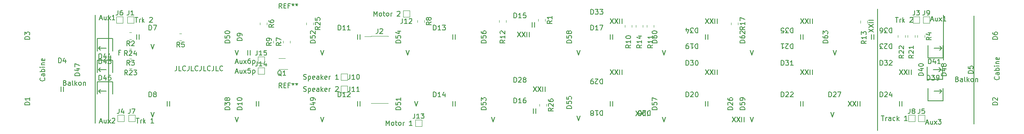
<source format=gbr>
%TF.GenerationSoftware,KiCad,Pcbnew,(6.0.1-0)*%
%TF.CreationDate,2022-03-26T13:21:42+01:00*%
%TF.ProjectId,Blokkendoos_binnenverlichting,426c6f6b-6b65-46e6-946f-6f735f62696e,rev?*%
%TF.SameCoordinates,Original*%
%TF.FileFunction,Legend,Top*%
%TF.FilePolarity,Positive*%
%FSLAX46Y46*%
G04 Gerber Fmt 4.6, Leading zero omitted, Abs format (unit mm)*
G04 Created by KiCad (PCBNEW (6.0.1-0)) date 2022-03-26 13:21:42*
%MOMM*%
%LPD*%
G01*
G04 APERTURE LIST*
%ADD10C,0.150000*%
%ADD11C,0.120000*%
G04 APERTURE END LIST*
D10*
X66802000Y-115570000D02*
X66802000Y-138176000D01*
X64008000Y-115570000D02*
X64008000Y-138176000D01*
X246888000Y-115697000D02*
X246888000Y-138303000D01*
X240538000Y-115570000D02*
X240538000Y-124968000D01*
X226822000Y-114300000D02*
X226822000Y-139700000D01*
X110918666Y-122896380D02*
X111252000Y-123896380D01*
X111585333Y-122896380D01*
X93226190Y-127420666D02*
X93702380Y-127420666D01*
X93130952Y-127706380D02*
X93464285Y-126706380D01*
X93797619Y-127706380D01*
X94559523Y-127039714D02*
X94559523Y-127706380D01*
X94130952Y-127039714D02*
X94130952Y-127563523D01*
X94178571Y-127658761D01*
X94273809Y-127706380D01*
X94416666Y-127706380D01*
X94511904Y-127658761D01*
X94559523Y-127611142D01*
X94940476Y-127706380D02*
X95464285Y-127039714D01*
X94940476Y-127039714D02*
X95464285Y-127706380D01*
X96321428Y-126706380D02*
X95845238Y-126706380D01*
X95797619Y-127182571D01*
X95845238Y-127134952D01*
X95940476Y-127087333D01*
X96178571Y-127087333D01*
X96273809Y-127134952D01*
X96321428Y-127182571D01*
X96369047Y-127277809D01*
X96369047Y-127515904D01*
X96321428Y-127611142D01*
X96273809Y-127658761D01*
X96178571Y-127706380D01*
X95940476Y-127706380D01*
X95845238Y-127658761D01*
X95797619Y-127611142D01*
X96797619Y-127039714D02*
X96797619Y-128039714D01*
X96797619Y-127087333D02*
X96892857Y-127039714D01*
X97083333Y-127039714D01*
X97178571Y-127087333D01*
X97226190Y-127134952D01*
X97273809Y-127230190D01*
X97273809Y-127515904D01*
X97226190Y-127611142D01*
X97178571Y-127658761D01*
X97083333Y-127706380D01*
X96892857Y-127706380D01*
X96797619Y-127658761D01*
X252071142Y-128460285D02*
X252118761Y-128507904D01*
X252166380Y-128650761D01*
X252166380Y-128746000D01*
X252118761Y-128888857D01*
X252023523Y-128984095D01*
X251928285Y-129031714D01*
X251737809Y-129079333D01*
X251594952Y-129079333D01*
X251404476Y-129031714D01*
X251309238Y-128984095D01*
X251214000Y-128888857D01*
X251166380Y-128746000D01*
X251166380Y-128650761D01*
X251214000Y-128507904D01*
X251261619Y-128460285D01*
X252166380Y-127603142D02*
X251642571Y-127603142D01*
X251547333Y-127650761D01*
X251499714Y-127746000D01*
X251499714Y-127936476D01*
X251547333Y-128031714D01*
X252118761Y-127603142D02*
X252166380Y-127698380D01*
X252166380Y-127936476D01*
X252118761Y-128031714D01*
X252023523Y-128079333D01*
X251928285Y-128079333D01*
X251833047Y-128031714D01*
X251785428Y-127936476D01*
X251785428Y-127698380D01*
X251737809Y-127603142D01*
X252166380Y-127126952D02*
X251166380Y-127126952D01*
X251547333Y-127126952D02*
X251499714Y-127031714D01*
X251499714Y-126841238D01*
X251547333Y-126746000D01*
X251594952Y-126698380D01*
X251690190Y-126650761D01*
X251975904Y-126650761D01*
X252071142Y-126698380D01*
X252118761Y-126746000D01*
X252166380Y-126841238D01*
X252166380Y-127031714D01*
X252118761Y-127126952D01*
X252166380Y-126222190D02*
X251499714Y-126222190D01*
X251166380Y-126222190D02*
X251214000Y-126269809D01*
X251261619Y-126222190D01*
X251214000Y-126174571D01*
X251166380Y-126222190D01*
X251261619Y-126222190D01*
X251499714Y-125746000D02*
X252166380Y-125746000D01*
X251594952Y-125746000D02*
X251547333Y-125698380D01*
X251499714Y-125603142D01*
X251499714Y-125460285D01*
X251547333Y-125365047D01*
X251642571Y-125317428D01*
X252166380Y-125317428D01*
X252118761Y-124460285D02*
X252166380Y-124555523D01*
X252166380Y-124746000D01*
X252118761Y-124841238D01*
X252023523Y-124888857D01*
X251642571Y-124888857D01*
X251547333Y-124841238D01*
X251499714Y-124746000D01*
X251499714Y-124555523D01*
X251547333Y-124460285D01*
X251642571Y-124412666D01*
X251737809Y-124412666D01*
X251833047Y-124888857D01*
X225004380Y-119139642D02*
X226004380Y-118472976D01*
X225004380Y-118472976D02*
X226004380Y-119139642D01*
X225004380Y-118187261D02*
X226004380Y-117520595D01*
X225004380Y-117520595D02*
X226004380Y-118187261D01*
X226004380Y-117139642D02*
X225004380Y-117139642D01*
X226004380Y-116663452D02*
X225004380Y-116663452D01*
X176516357Y-135596380D02*
X177183023Y-136596380D01*
X177183023Y-135596380D02*
X176516357Y-136596380D01*
X177468738Y-135596380D02*
X178135404Y-136596380D01*
X178135404Y-135596380D02*
X177468738Y-136596380D01*
X178516357Y-136596380D02*
X178516357Y-135596380D01*
X178992547Y-136596380D02*
X178992547Y-135596380D01*
X72310857Y-116038380D02*
X72882285Y-116038380D01*
X72596571Y-117038380D02*
X72596571Y-116038380D01*
X73215619Y-117038380D02*
X73215619Y-116371714D01*
X73215619Y-116562190D02*
X73263238Y-116466952D01*
X73310857Y-116419333D01*
X73406095Y-116371714D01*
X73501333Y-116371714D01*
X73834666Y-117038380D02*
X73834666Y-116038380D01*
X73929904Y-116657428D02*
X74215619Y-117038380D01*
X74215619Y-116371714D02*
X73834666Y-116752666D01*
X75358476Y-116133619D02*
X75406095Y-116086000D01*
X75501333Y-116038380D01*
X75739428Y-116038380D01*
X75834666Y-116086000D01*
X75882285Y-116133619D01*
X75929904Y-116228857D01*
X75929904Y-116324095D01*
X75882285Y-116466952D01*
X75310857Y-117038380D01*
X75929904Y-117038380D01*
X182038666Y-136866380D02*
X182372000Y-137866380D01*
X182705333Y-136866380D01*
X191023904Y-134564380D02*
X191023904Y-133564380D01*
X191500095Y-134564380D02*
X191500095Y-133564380D01*
X220712357Y-133564380D02*
X221379023Y-134564380D01*
X221379023Y-133564380D02*
X220712357Y-134564380D01*
X221664738Y-133564380D02*
X222331404Y-134564380D01*
X222331404Y-133564380D02*
X221664738Y-134564380D01*
X222712357Y-134564380D02*
X222712357Y-133564380D01*
X223188547Y-134564380D02*
X223188547Y-133564380D01*
X118633904Y-134564380D02*
X118633904Y-133564380D01*
X119110095Y-134564380D02*
X119110095Y-133564380D01*
X164258666Y-122896380D02*
X164592000Y-123896380D01*
X164925333Y-122896380D01*
X118633904Y-120594380D02*
X118633904Y-119594380D01*
X119110095Y-120594380D02*
X119110095Y-119594380D01*
X75612666Y-135850380D02*
X75946000Y-136850380D01*
X76279333Y-135850380D01*
X75612666Y-121626380D02*
X75946000Y-122626380D01*
X76279333Y-121626380D01*
X110918666Y-136866380D02*
X111252000Y-137866380D01*
X111585333Y-136866380D01*
X171182357Y-126960380D02*
X171849023Y-127960380D01*
X171849023Y-126960380D02*
X171182357Y-127960380D01*
X172134738Y-126960380D02*
X172801404Y-127960380D01*
X172801404Y-126960380D02*
X172134738Y-127960380D01*
X173182357Y-127960380D02*
X173182357Y-126960380D01*
X173658547Y-127960380D02*
X173658547Y-126960380D01*
X56911904Y-131516380D02*
X56911904Y-130516380D01*
X57388095Y-131516380D02*
X57388095Y-130516380D01*
X124563523Y-138628380D02*
X124563523Y-137628380D01*
X124896857Y-138342666D01*
X125230190Y-137628380D01*
X125230190Y-138628380D01*
X125849238Y-138628380D02*
X125754000Y-138580761D01*
X125706380Y-138533142D01*
X125658761Y-138437904D01*
X125658761Y-138152190D01*
X125706380Y-138056952D01*
X125754000Y-138009333D01*
X125849238Y-137961714D01*
X125992095Y-137961714D01*
X126087333Y-138009333D01*
X126134952Y-138056952D01*
X126182571Y-138152190D01*
X126182571Y-138437904D01*
X126134952Y-138533142D01*
X126087333Y-138580761D01*
X125992095Y-138628380D01*
X125849238Y-138628380D01*
X126468285Y-137961714D02*
X126849238Y-137961714D01*
X126611142Y-137628380D02*
X126611142Y-138485523D01*
X126658761Y-138580761D01*
X126754000Y-138628380D01*
X126849238Y-138628380D01*
X127325428Y-138628380D02*
X127230190Y-138580761D01*
X127182571Y-138533142D01*
X127134952Y-138437904D01*
X127134952Y-138152190D01*
X127182571Y-138056952D01*
X127230190Y-138009333D01*
X127325428Y-137961714D01*
X127468285Y-137961714D01*
X127563523Y-138009333D01*
X127611142Y-138056952D01*
X127658761Y-138152190D01*
X127658761Y-138437904D01*
X127611142Y-138533142D01*
X127563523Y-138580761D01*
X127468285Y-138628380D01*
X127325428Y-138628380D01*
X128087333Y-138628380D02*
X128087333Y-137961714D01*
X128087333Y-138152190D02*
X128134952Y-138056952D01*
X128182571Y-138009333D01*
X128277809Y-137961714D01*
X128373047Y-137961714D01*
X129992095Y-138628380D02*
X129420666Y-138628380D01*
X129706380Y-138628380D02*
X129706380Y-137628380D01*
X129611142Y-137771238D01*
X129515904Y-137866476D01*
X129420666Y-137914095D01*
X151878357Y-119086380D02*
X152545023Y-120086380D01*
X152545023Y-119086380D02*
X151878357Y-120086380D01*
X152830738Y-119086380D02*
X153497404Y-120086380D01*
X153497404Y-119086380D02*
X152830738Y-120086380D01*
X153878357Y-120086380D02*
X153878357Y-119086380D01*
X154354547Y-120086380D02*
X154354547Y-119086380D01*
X200326666Y-122896380D02*
X200660000Y-123896380D01*
X200993333Y-122896380D01*
X171211904Y-120594380D02*
X171211904Y-119594380D01*
X171688095Y-120594380D02*
X171688095Y-119594380D01*
X217598666Y-122896380D02*
X217932000Y-123896380D01*
X218265333Y-122896380D01*
X171211904Y-134564380D02*
X171211904Y-133564380D01*
X171688095Y-134564380D02*
X171688095Y-133564380D01*
X95773904Y-123896380D02*
X95773904Y-122896380D01*
X96250095Y-123896380D02*
X96250095Y-122896380D01*
X80978952Y-126198380D02*
X80978952Y-126912666D01*
X80931333Y-127055523D01*
X80836095Y-127150761D01*
X80693238Y-127198380D01*
X80598000Y-127198380D01*
X81931333Y-127198380D02*
X81455142Y-127198380D01*
X81455142Y-126198380D01*
X82836095Y-127103142D02*
X82788476Y-127150761D01*
X82645619Y-127198380D01*
X82550380Y-127198380D01*
X82407523Y-127150761D01*
X82312285Y-127055523D01*
X82264666Y-126960285D01*
X82217047Y-126769809D01*
X82217047Y-126626952D01*
X82264666Y-126436476D01*
X82312285Y-126341238D01*
X82407523Y-126246000D01*
X82550380Y-126198380D01*
X82645619Y-126198380D01*
X82788476Y-126246000D01*
X82836095Y-126293619D01*
X83550380Y-126198380D02*
X83550380Y-126912666D01*
X83502761Y-127055523D01*
X83407523Y-127150761D01*
X83264666Y-127198380D01*
X83169428Y-127198380D01*
X84502761Y-127198380D02*
X84026571Y-127198380D01*
X84026571Y-126198380D01*
X85407523Y-127103142D02*
X85359904Y-127150761D01*
X85217047Y-127198380D01*
X85121809Y-127198380D01*
X84978952Y-127150761D01*
X84883714Y-127055523D01*
X84836095Y-126960285D01*
X84788476Y-126769809D01*
X84788476Y-126626952D01*
X84836095Y-126436476D01*
X84883714Y-126341238D01*
X84978952Y-126246000D01*
X85121809Y-126198380D01*
X85217047Y-126198380D01*
X85359904Y-126246000D01*
X85407523Y-126293619D01*
X86121809Y-126198380D02*
X86121809Y-126912666D01*
X86074190Y-127055523D01*
X85978952Y-127150761D01*
X85836095Y-127198380D01*
X85740857Y-127198380D01*
X87074190Y-127198380D02*
X86598000Y-127198380D01*
X86598000Y-126198380D01*
X87978952Y-127103142D02*
X87931333Y-127150761D01*
X87788476Y-127198380D01*
X87693238Y-127198380D01*
X87550380Y-127150761D01*
X87455142Y-127055523D01*
X87407523Y-126960285D01*
X87359904Y-126769809D01*
X87359904Y-126626952D01*
X87407523Y-126436476D01*
X87455142Y-126341238D01*
X87550380Y-126246000D01*
X87693238Y-126198380D01*
X87788476Y-126198380D01*
X87931333Y-126246000D01*
X87978952Y-126293619D01*
X88693238Y-126198380D02*
X88693238Y-126912666D01*
X88645619Y-127055523D01*
X88550380Y-127150761D01*
X88407523Y-127198380D01*
X88312285Y-127198380D01*
X89645619Y-127198380D02*
X89169428Y-127198380D01*
X89169428Y-126198380D01*
X90550380Y-127103142D02*
X90502761Y-127150761D01*
X90359904Y-127198380D01*
X90264666Y-127198380D01*
X90121809Y-127150761D01*
X90026571Y-127055523D01*
X89978952Y-126960285D01*
X89931333Y-126769809D01*
X89931333Y-126626952D01*
X89978952Y-126436476D01*
X90026571Y-126341238D01*
X90121809Y-126246000D01*
X90264666Y-126198380D01*
X90359904Y-126198380D01*
X90502761Y-126246000D01*
X90550380Y-126293619D01*
X79009904Y-134564380D02*
X79009904Y-133564380D01*
X79486095Y-134564380D02*
X79486095Y-133564380D01*
X210835904Y-120594380D02*
X210835904Y-119594380D01*
X211312095Y-120594380D02*
X211312095Y-119594380D01*
X57737619Y-129722571D02*
X57880476Y-129770190D01*
X57928095Y-129817809D01*
X57975714Y-129913047D01*
X57975714Y-130055904D01*
X57928095Y-130151142D01*
X57880476Y-130198761D01*
X57785238Y-130246380D01*
X57404285Y-130246380D01*
X57404285Y-129246380D01*
X57737619Y-129246380D01*
X57832857Y-129294000D01*
X57880476Y-129341619D01*
X57928095Y-129436857D01*
X57928095Y-129532095D01*
X57880476Y-129627333D01*
X57832857Y-129674952D01*
X57737619Y-129722571D01*
X57404285Y-129722571D01*
X58832857Y-130246380D02*
X58832857Y-129722571D01*
X58785238Y-129627333D01*
X58690000Y-129579714D01*
X58499523Y-129579714D01*
X58404285Y-129627333D01*
X58832857Y-130198761D02*
X58737619Y-130246380D01*
X58499523Y-130246380D01*
X58404285Y-130198761D01*
X58356666Y-130103523D01*
X58356666Y-130008285D01*
X58404285Y-129913047D01*
X58499523Y-129865428D01*
X58737619Y-129865428D01*
X58832857Y-129817809D01*
X59451904Y-130246380D02*
X59356666Y-130198761D01*
X59309047Y-130103523D01*
X59309047Y-129246380D01*
X59832857Y-130246380D02*
X59832857Y-129246380D01*
X59928095Y-129865428D02*
X60213809Y-130246380D01*
X60213809Y-129579714D02*
X59832857Y-129960666D01*
X60785238Y-130246380D02*
X60690000Y-130198761D01*
X60642380Y-130151142D01*
X60594761Y-130055904D01*
X60594761Y-129770190D01*
X60642380Y-129674952D01*
X60690000Y-129627333D01*
X60785238Y-129579714D01*
X60928095Y-129579714D01*
X61023333Y-129627333D01*
X61070952Y-129674952D01*
X61118571Y-129770190D01*
X61118571Y-130055904D01*
X61070952Y-130151142D01*
X61023333Y-130198761D01*
X60928095Y-130246380D01*
X60785238Y-130246380D01*
X61547142Y-129579714D02*
X61547142Y-130246380D01*
X61547142Y-129674952D02*
X61594761Y-129627333D01*
X61690000Y-129579714D01*
X61832857Y-129579714D01*
X61928095Y-129627333D01*
X61975714Y-129722571D01*
X61975714Y-130246380D01*
X217090666Y-135850380D02*
X217424000Y-136850380D01*
X217757333Y-135850380D01*
X130476666Y-133564380D02*
X130810000Y-134564380D01*
X131143333Y-133564380D01*
X72564857Y-137120380D02*
X73136285Y-137120380D01*
X72850571Y-138120380D02*
X72850571Y-137120380D01*
X73469619Y-138120380D02*
X73469619Y-137453714D01*
X73469619Y-137644190D02*
X73517238Y-137548952D01*
X73564857Y-137501333D01*
X73660095Y-137453714D01*
X73755333Y-137453714D01*
X74088666Y-138120380D02*
X74088666Y-137120380D01*
X74183904Y-137739428D02*
X74469619Y-138120380D01*
X74469619Y-137453714D02*
X74088666Y-137834666D01*
X76183904Y-138120380D02*
X75612476Y-138120380D01*
X75898190Y-138120380D02*
X75898190Y-137120380D01*
X75802952Y-137263238D01*
X75707714Y-137358476D01*
X75612476Y-137406095D01*
X210806357Y-116292380D02*
X211473023Y-117292380D01*
X211473023Y-116292380D02*
X210806357Y-117292380D01*
X211758738Y-116292380D02*
X212425404Y-117292380D01*
X212425404Y-116292380D02*
X211758738Y-117292380D01*
X212806357Y-117292380D02*
X212806357Y-116292380D01*
X213282547Y-117292380D02*
X213282547Y-116292380D01*
X164258666Y-136612380D02*
X164592000Y-137612380D01*
X164925333Y-136612380D01*
X64976571Y-116244666D02*
X65452761Y-116244666D01*
X64881333Y-116530380D02*
X65214666Y-115530380D01*
X65548000Y-116530380D01*
X66309904Y-115863714D02*
X66309904Y-116530380D01*
X65881333Y-115863714D02*
X65881333Y-116387523D01*
X65928952Y-116482761D01*
X66024190Y-116530380D01*
X66167047Y-116530380D01*
X66262285Y-116482761D01*
X66309904Y-116435142D01*
X66690857Y-116530380D02*
X67214666Y-115863714D01*
X66690857Y-115863714D02*
X67214666Y-116530380D01*
X68119428Y-116530380D02*
X67548000Y-116530380D01*
X67833714Y-116530380D02*
X67833714Y-115530380D01*
X67738476Y-115673238D01*
X67643238Y-115768476D01*
X67548000Y-115816095D01*
X200326666Y-136866380D02*
X200660000Y-137866380D01*
X200993333Y-136866380D01*
X69230857Y-123372571D02*
X68897523Y-123372571D01*
X68897523Y-123896380D02*
X68897523Y-122896380D01*
X69373714Y-122896380D01*
X128698666Y-122896380D02*
X129032000Y-123896380D01*
X129365333Y-122896380D01*
X107378952Y-128928761D02*
X107521809Y-128976380D01*
X107759904Y-128976380D01*
X107855142Y-128928761D01*
X107902761Y-128881142D01*
X107950380Y-128785904D01*
X107950380Y-128690666D01*
X107902761Y-128595428D01*
X107855142Y-128547809D01*
X107759904Y-128500190D01*
X107569428Y-128452571D01*
X107474190Y-128404952D01*
X107426571Y-128357333D01*
X107378952Y-128262095D01*
X107378952Y-128166857D01*
X107426571Y-128071619D01*
X107474190Y-128024000D01*
X107569428Y-127976380D01*
X107807523Y-127976380D01*
X107950380Y-128024000D01*
X108378952Y-128309714D02*
X108378952Y-129309714D01*
X108378952Y-128357333D02*
X108474190Y-128309714D01*
X108664666Y-128309714D01*
X108759904Y-128357333D01*
X108807523Y-128404952D01*
X108855142Y-128500190D01*
X108855142Y-128785904D01*
X108807523Y-128881142D01*
X108759904Y-128928761D01*
X108664666Y-128976380D01*
X108474190Y-128976380D01*
X108378952Y-128928761D01*
X109664666Y-128928761D02*
X109569428Y-128976380D01*
X109378952Y-128976380D01*
X109283714Y-128928761D01*
X109236095Y-128833523D01*
X109236095Y-128452571D01*
X109283714Y-128357333D01*
X109378952Y-128309714D01*
X109569428Y-128309714D01*
X109664666Y-128357333D01*
X109712285Y-128452571D01*
X109712285Y-128547809D01*
X109236095Y-128643047D01*
X110569428Y-128976380D02*
X110569428Y-128452571D01*
X110521809Y-128357333D01*
X110426571Y-128309714D01*
X110236095Y-128309714D01*
X110140857Y-128357333D01*
X110569428Y-128928761D02*
X110474190Y-128976380D01*
X110236095Y-128976380D01*
X110140857Y-128928761D01*
X110093238Y-128833523D01*
X110093238Y-128738285D01*
X110140857Y-128643047D01*
X110236095Y-128595428D01*
X110474190Y-128595428D01*
X110569428Y-128547809D01*
X111045619Y-128976380D02*
X111045619Y-127976380D01*
X111140857Y-128595428D02*
X111426571Y-128976380D01*
X111426571Y-128309714D02*
X111045619Y-128690666D01*
X112236095Y-128928761D02*
X112140857Y-128976380D01*
X111950380Y-128976380D01*
X111855142Y-128928761D01*
X111807523Y-128833523D01*
X111807523Y-128452571D01*
X111855142Y-128357333D01*
X111950380Y-128309714D01*
X112140857Y-128309714D01*
X112236095Y-128357333D01*
X112283714Y-128452571D01*
X112283714Y-128547809D01*
X111807523Y-128643047D01*
X112712285Y-128976380D02*
X112712285Y-128309714D01*
X112712285Y-128500190D02*
X112759904Y-128404952D01*
X112807523Y-128357333D01*
X112902761Y-128309714D01*
X112998000Y-128309714D01*
X114617047Y-128976380D02*
X114045619Y-128976380D01*
X114331333Y-128976380D02*
X114331333Y-127976380D01*
X114236095Y-128119238D01*
X114140857Y-128214476D01*
X114045619Y-128262095D01*
X146478666Y-136866380D02*
X146812000Y-137866380D01*
X147145333Y-136866380D01*
X236934571Y-138088666D02*
X237410761Y-138088666D01*
X236839333Y-138374380D02*
X237172666Y-137374380D01*
X237506000Y-138374380D01*
X238267904Y-137707714D02*
X238267904Y-138374380D01*
X237839333Y-137707714D02*
X237839333Y-138231523D01*
X237886952Y-138326761D01*
X237982190Y-138374380D01*
X238125047Y-138374380D01*
X238220285Y-138326761D01*
X238267904Y-138279142D01*
X238648857Y-138374380D02*
X239172666Y-137707714D01*
X238648857Y-137707714D02*
X239172666Y-138374380D01*
X239458380Y-137374380D02*
X240077428Y-137374380D01*
X239744095Y-137755333D01*
X239886952Y-137755333D01*
X239982190Y-137802952D01*
X240029809Y-137850571D01*
X240077428Y-137945809D01*
X240077428Y-138183904D01*
X240029809Y-138279142D01*
X239982190Y-138326761D01*
X239886952Y-138374380D01*
X239601238Y-138374380D01*
X239506000Y-138326761D01*
X239458380Y-138279142D01*
X231380357Y-126960380D02*
X232047023Y-127960380D01*
X232047023Y-126960380D02*
X231380357Y-127960380D01*
X232332738Y-126960380D02*
X232999404Y-127960380D01*
X232999404Y-126960380D02*
X232332738Y-127960380D01*
X233380357Y-127960380D02*
X233380357Y-126960380D01*
X233856547Y-127960380D02*
X233856547Y-126960380D01*
X138445904Y-120594380D02*
X138445904Y-119594380D01*
X138922095Y-120594380D02*
X138922095Y-119594380D01*
X171182357Y-116292380D02*
X171849023Y-117292380D01*
X171849023Y-116292380D02*
X171182357Y-117292380D01*
X172134738Y-116292380D02*
X172801404Y-117292380D01*
X172801404Y-116292380D02*
X172134738Y-117292380D01*
X173182357Y-117292380D02*
X173182357Y-116292380D01*
X173658547Y-117292380D02*
X173658547Y-116292380D01*
X227639904Y-136612380D02*
X228211333Y-136612380D01*
X227925619Y-137612380D02*
X227925619Y-136612380D01*
X228544666Y-137612380D02*
X228544666Y-136945714D01*
X228544666Y-137136190D02*
X228592285Y-137040952D01*
X228639904Y-136993333D01*
X228735142Y-136945714D01*
X228830380Y-136945714D01*
X229592285Y-137612380D02*
X229592285Y-137088571D01*
X229544666Y-136993333D01*
X229449428Y-136945714D01*
X229258952Y-136945714D01*
X229163714Y-136993333D01*
X229592285Y-137564761D02*
X229497047Y-137612380D01*
X229258952Y-137612380D01*
X229163714Y-137564761D01*
X229116095Y-137469523D01*
X229116095Y-137374285D01*
X229163714Y-137279047D01*
X229258952Y-137231428D01*
X229497047Y-137231428D01*
X229592285Y-137183809D01*
X230497047Y-137564761D02*
X230401809Y-137612380D01*
X230211333Y-137612380D01*
X230116095Y-137564761D01*
X230068476Y-137517142D01*
X230020857Y-137421904D01*
X230020857Y-137136190D01*
X230068476Y-137040952D01*
X230116095Y-136993333D01*
X230211333Y-136945714D01*
X230401809Y-136945714D01*
X230497047Y-136993333D01*
X230925619Y-137612380D02*
X230925619Y-136612380D01*
X231020857Y-137231428D02*
X231306571Y-137612380D01*
X231306571Y-136945714D02*
X230925619Y-137326666D01*
X233020857Y-137612380D02*
X232449428Y-137612380D01*
X232735142Y-137612380D02*
X232735142Y-136612380D01*
X232639904Y-136755238D01*
X232544666Y-136850476D01*
X232449428Y-136898095D01*
X190994357Y-126960380D02*
X191661023Y-127960380D01*
X191661023Y-126960380D02*
X190994357Y-127960380D01*
X191946738Y-126960380D02*
X192613404Y-127960380D01*
X192613404Y-126960380D02*
X191946738Y-127960380D01*
X192994357Y-127960380D02*
X192994357Y-126960380D01*
X193470547Y-127960380D02*
X193470547Y-126960380D01*
X97551904Y-134564380D02*
X97551904Y-133564380D01*
X98028095Y-134564380D02*
X98028095Y-133564380D01*
X93138666Y-136866380D02*
X93472000Y-137866380D01*
X93805333Y-136866380D01*
X196582357Y-136866380D02*
X197249023Y-137866380D01*
X197249023Y-136866380D02*
X196582357Y-137866380D01*
X197534738Y-136866380D02*
X198201404Y-137866380D01*
X198201404Y-136866380D02*
X197534738Y-137866380D01*
X198582357Y-137866380D02*
X198582357Y-136866380D01*
X199058547Y-137866380D02*
X199058547Y-136866380D01*
X225567904Y-120594380D02*
X225567904Y-119594380D01*
X226044095Y-120594380D02*
X226044095Y-119594380D01*
X93226190Y-125388666D02*
X93702380Y-125388666D01*
X93130952Y-125674380D02*
X93464285Y-124674380D01*
X93797619Y-125674380D01*
X94559523Y-125007714D02*
X94559523Y-125674380D01*
X94130952Y-125007714D02*
X94130952Y-125531523D01*
X94178571Y-125626761D01*
X94273809Y-125674380D01*
X94416666Y-125674380D01*
X94511904Y-125626761D01*
X94559523Y-125579142D01*
X94940476Y-125674380D02*
X95464285Y-125007714D01*
X94940476Y-125007714D02*
X95464285Y-125674380D01*
X96273809Y-124674380D02*
X96083333Y-124674380D01*
X95988095Y-124722000D01*
X95940476Y-124769619D01*
X95845238Y-124912476D01*
X95797619Y-125102952D01*
X95797619Y-125483904D01*
X95845238Y-125579142D01*
X95892857Y-125626761D01*
X95988095Y-125674380D01*
X96178571Y-125674380D01*
X96273809Y-125626761D01*
X96321428Y-125579142D01*
X96369047Y-125483904D01*
X96369047Y-125245809D01*
X96321428Y-125150571D01*
X96273809Y-125102952D01*
X96178571Y-125055333D01*
X95988095Y-125055333D01*
X95892857Y-125102952D01*
X95845238Y-125150571D01*
X95797619Y-125245809D01*
X96797619Y-125007714D02*
X96797619Y-126007714D01*
X96797619Y-125055333D02*
X96892857Y-125007714D01*
X97083333Y-125007714D01*
X97178571Y-125055333D01*
X97226190Y-125102952D01*
X97273809Y-125198190D01*
X97273809Y-125483904D01*
X97226190Y-125579142D01*
X97178571Y-125626761D01*
X97083333Y-125674380D01*
X96892857Y-125674380D01*
X96797619Y-125626761D01*
X155180357Y-130516380D02*
X155847023Y-131516380D01*
X155847023Y-130516380D02*
X155180357Y-131516380D01*
X156132738Y-130516380D02*
X156799404Y-131516380D01*
X156799404Y-130516380D02*
X156132738Y-131516380D01*
X157180357Y-131516380D02*
X157180357Y-130516380D01*
X157656547Y-131516380D02*
X157656547Y-130516380D01*
X231409904Y-134564380D02*
X231409904Y-133564380D01*
X231886095Y-134564380D02*
X231886095Y-133564380D01*
X64976571Y-137834666D02*
X65452761Y-137834666D01*
X64881333Y-138120380D02*
X65214666Y-137120380D01*
X65548000Y-138120380D01*
X66309904Y-137453714D02*
X66309904Y-138120380D01*
X65881333Y-137453714D02*
X65881333Y-137977523D01*
X65928952Y-138072761D01*
X66024190Y-138120380D01*
X66167047Y-138120380D01*
X66262285Y-138072761D01*
X66309904Y-138025142D01*
X66690857Y-138120380D02*
X67214666Y-137453714D01*
X66690857Y-137453714D02*
X67214666Y-138120380D01*
X67548000Y-137215619D02*
X67595619Y-137168000D01*
X67690857Y-137120380D01*
X67928952Y-137120380D01*
X68024190Y-137168000D01*
X68071809Y-137215619D01*
X68119428Y-137310857D01*
X68119428Y-137406095D01*
X68071809Y-137548952D01*
X67500380Y-138120380D01*
X68119428Y-138120380D01*
X191023904Y-120594380D02*
X191023904Y-119594380D01*
X191500095Y-120594380D02*
X191500095Y-119594380D01*
X210806357Y-126960380D02*
X211473023Y-127960380D01*
X211473023Y-126960380D02*
X210806357Y-127960380D01*
X211758738Y-126960380D02*
X212425404Y-127960380D01*
X212425404Y-126960380D02*
X211758738Y-127960380D01*
X212806357Y-127960380D02*
X212806357Y-126960380D01*
X213282547Y-127960380D02*
X213282547Y-126960380D01*
X155209904Y-136088380D02*
X155209904Y-135088380D01*
X155686095Y-136088380D02*
X155686095Y-135088380D01*
X107378952Y-131468761D02*
X107521809Y-131516380D01*
X107759904Y-131516380D01*
X107855142Y-131468761D01*
X107902761Y-131421142D01*
X107950380Y-131325904D01*
X107950380Y-131230666D01*
X107902761Y-131135428D01*
X107855142Y-131087809D01*
X107759904Y-131040190D01*
X107569428Y-130992571D01*
X107474190Y-130944952D01*
X107426571Y-130897333D01*
X107378952Y-130802095D01*
X107378952Y-130706857D01*
X107426571Y-130611619D01*
X107474190Y-130564000D01*
X107569428Y-130516380D01*
X107807523Y-130516380D01*
X107950380Y-130564000D01*
X108378952Y-130849714D02*
X108378952Y-131849714D01*
X108378952Y-130897333D02*
X108474190Y-130849714D01*
X108664666Y-130849714D01*
X108759904Y-130897333D01*
X108807523Y-130944952D01*
X108855142Y-131040190D01*
X108855142Y-131325904D01*
X108807523Y-131421142D01*
X108759904Y-131468761D01*
X108664666Y-131516380D01*
X108474190Y-131516380D01*
X108378952Y-131468761D01*
X109664666Y-131468761D02*
X109569428Y-131516380D01*
X109378952Y-131516380D01*
X109283714Y-131468761D01*
X109236095Y-131373523D01*
X109236095Y-130992571D01*
X109283714Y-130897333D01*
X109378952Y-130849714D01*
X109569428Y-130849714D01*
X109664666Y-130897333D01*
X109712285Y-130992571D01*
X109712285Y-131087809D01*
X109236095Y-131183047D01*
X110569428Y-131516380D02*
X110569428Y-130992571D01*
X110521809Y-130897333D01*
X110426571Y-130849714D01*
X110236095Y-130849714D01*
X110140857Y-130897333D01*
X110569428Y-131468761D02*
X110474190Y-131516380D01*
X110236095Y-131516380D01*
X110140857Y-131468761D01*
X110093238Y-131373523D01*
X110093238Y-131278285D01*
X110140857Y-131183047D01*
X110236095Y-131135428D01*
X110474190Y-131135428D01*
X110569428Y-131087809D01*
X111045619Y-131516380D02*
X111045619Y-130516380D01*
X111140857Y-131135428D02*
X111426571Y-131516380D01*
X111426571Y-130849714D02*
X111045619Y-131230666D01*
X112236095Y-131468761D02*
X112140857Y-131516380D01*
X111950380Y-131516380D01*
X111855142Y-131468761D01*
X111807523Y-131373523D01*
X111807523Y-130992571D01*
X111855142Y-130897333D01*
X111950380Y-130849714D01*
X112140857Y-130849714D01*
X112236095Y-130897333D01*
X112283714Y-130992571D01*
X112283714Y-131087809D01*
X111807523Y-131183047D01*
X112712285Y-131516380D02*
X112712285Y-130849714D01*
X112712285Y-131040190D02*
X112759904Y-130944952D01*
X112807523Y-130897333D01*
X112902761Y-130849714D01*
X112998000Y-130849714D01*
X114045619Y-130611619D02*
X114093238Y-130564000D01*
X114188476Y-130516380D01*
X114426571Y-130516380D01*
X114521809Y-130564000D01*
X114569428Y-130611619D01*
X114617047Y-130706857D01*
X114617047Y-130802095D01*
X114569428Y-130944952D01*
X113998000Y-131516380D01*
X114617047Y-131516380D01*
X237950571Y-116498666D02*
X238426761Y-116498666D01*
X237855333Y-116784380D02*
X238188666Y-115784380D01*
X238522000Y-116784380D01*
X239283904Y-116117714D02*
X239283904Y-116784380D01*
X238855333Y-116117714D02*
X238855333Y-116641523D01*
X238902952Y-116736761D01*
X238998190Y-116784380D01*
X239141047Y-116784380D01*
X239236285Y-116736761D01*
X239283904Y-116689142D01*
X239664857Y-116784380D02*
X240188666Y-116117714D01*
X239664857Y-116117714D02*
X240188666Y-116784380D01*
X241093428Y-116784380D02*
X240522000Y-116784380D01*
X240807714Y-116784380D02*
X240807714Y-115784380D01*
X240712476Y-115927238D01*
X240617238Y-116022476D01*
X240522000Y-116070095D01*
X93138666Y-122896380D02*
X93472000Y-123896380D01*
X93805333Y-122896380D01*
X122023523Y-115768380D02*
X122023523Y-114768380D01*
X122356857Y-115482666D01*
X122690190Y-114768380D01*
X122690190Y-115768380D01*
X123309238Y-115768380D02*
X123214000Y-115720761D01*
X123166380Y-115673142D01*
X123118761Y-115577904D01*
X123118761Y-115292190D01*
X123166380Y-115196952D01*
X123214000Y-115149333D01*
X123309238Y-115101714D01*
X123452095Y-115101714D01*
X123547333Y-115149333D01*
X123594952Y-115196952D01*
X123642571Y-115292190D01*
X123642571Y-115577904D01*
X123594952Y-115673142D01*
X123547333Y-115720761D01*
X123452095Y-115768380D01*
X123309238Y-115768380D01*
X123928285Y-115101714D02*
X124309238Y-115101714D01*
X124071142Y-114768380D02*
X124071142Y-115625523D01*
X124118761Y-115720761D01*
X124214000Y-115768380D01*
X124309238Y-115768380D01*
X124785428Y-115768380D02*
X124690190Y-115720761D01*
X124642571Y-115673142D01*
X124594952Y-115577904D01*
X124594952Y-115292190D01*
X124642571Y-115196952D01*
X124690190Y-115149333D01*
X124785428Y-115101714D01*
X124928285Y-115101714D01*
X125023523Y-115149333D01*
X125071142Y-115196952D01*
X125118761Y-115292190D01*
X125118761Y-115577904D01*
X125071142Y-115673142D01*
X125023523Y-115720761D01*
X124928285Y-115768380D01*
X124785428Y-115768380D01*
X125547333Y-115768380D02*
X125547333Y-115101714D01*
X125547333Y-115292190D02*
X125594952Y-115196952D01*
X125642571Y-115149333D01*
X125737809Y-115101714D01*
X125833047Y-115101714D01*
X126880666Y-114863619D02*
X126928285Y-114816000D01*
X127023523Y-114768380D01*
X127261619Y-114768380D01*
X127356857Y-114816000D01*
X127404476Y-114863619D01*
X127452095Y-114958857D01*
X127452095Y-115054095D01*
X127404476Y-115196952D01*
X126833047Y-115768380D01*
X127452095Y-115768380D01*
X53443142Y-128714285D02*
X53490761Y-128761904D01*
X53538380Y-128904761D01*
X53538380Y-129000000D01*
X53490761Y-129142857D01*
X53395523Y-129238095D01*
X53300285Y-129285714D01*
X53109809Y-129333333D01*
X52966952Y-129333333D01*
X52776476Y-129285714D01*
X52681238Y-129238095D01*
X52586000Y-129142857D01*
X52538380Y-129000000D01*
X52538380Y-128904761D01*
X52586000Y-128761904D01*
X52633619Y-128714285D01*
X53538380Y-127857142D02*
X53014571Y-127857142D01*
X52919333Y-127904761D01*
X52871714Y-128000000D01*
X52871714Y-128190476D01*
X52919333Y-128285714D01*
X53490761Y-127857142D02*
X53538380Y-127952380D01*
X53538380Y-128190476D01*
X53490761Y-128285714D01*
X53395523Y-128333333D01*
X53300285Y-128333333D01*
X53205047Y-128285714D01*
X53157428Y-128190476D01*
X53157428Y-127952380D01*
X53109809Y-127857142D01*
X53538380Y-127380952D02*
X52538380Y-127380952D01*
X52919333Y-127380952D02*
X52871714Y-127285714D01*
X52871714Y-127095238D01*
X52919333Y-127000000D01*
X52966952Y-126952380D01*
X53062190Y-126904761D01*
X53347904Y-126904761D01*
X53443142Y-126952380D01*
X53490761Y-127000000D01*
X53538380Y-127095238D01*
X53538380Y-127285714D01*
X53490761Y-127380952D01*
X53538380Y-126476190D02*
X52871714Y-126476190D01*
X52538380Y-126476190D02*
X52586000Y-126523809D01*
X52633619Y-126476190D01*
X52586000Y-126428571D01*
X52538380Y-126476190D01*
X52633619Y-126476190D01*
X52871714Y-126000000D02*
X53538380Y-126000000D01*
X52966952Y-126000000D02*
X52919333Y-125952380D01*
X52871714Y-125857142D01*
X52871714Y-125714285D01*
X52919333Y-125619047D01*
X53014571Y-125571428D01*
X53538380Y-125571428D01*
X53490761Y-124714285D02*
X53538380Y-124809523D01*
X53538380Y-125000000D01*
X53490761Y-125095238D01*
X53395523Y-125142857D01*
X53014571Y-125142857D01*
X52919333Y-125095238D01*
X52871714Y-125000000D01*
X52871714Y-124809523D01*
X52919333Y-124714285D01*
X53014571Y-124666666D01*
X53109809Y-124666666D01*
X53205047Y-125142857D01*
X138445904Y-134564380D02*
X138445904Y-133564380D01*
X138922095Y-134564380D02*
X138922095Y-133564380D01*
X190994357Y-116292380D02*
X191661023Y-117292380D01*
X191661023Y-116292380D02*
X190994357Y-117292380D01*
X191946738Y-116292380D02*
X192613404Y-117292380D01*
X192613404Y-116292380D02*
X191946738Y-117292380D01*
X192994357Y-117292380D02*
X192994357Y-116292380D01*
X193470547Y-117292380D02*
X193470547Y-116292380D01*
X243411619Y-128960571D02*
X243554476Y-129008190D01*
X243602095Y-129055809D01*
X243649714Y-129151047D01*
X243649714Y-129293904D01*
X243602095Y-129389142D01*
X243554476Y-129436761D01*
X243459238Y-129484380D01*
X243078285Y-129484380D01*
X243078285Y-128484380D01*
X243411619Y-128484380D01*
X243506857Y-128532000D01*
X243554476Y-128579619D01*
X243602095Y-128674857D01*
X243602095Y-128770095D01*
X243554476Y-128865333D01*
X243506857Y-128912952D01*
X243411619Y-128960571D01*
X243078285Y-128960571D01*
X244506857Y-129484380D02*
X244506857Y-128960571D01*
X244459238Y-128865333D01*
X244364000Y-128817714D01*
X244173523Y-128817714D01*
X244078285Y-128865333D01*
X244506857Y-129436761D02*
X244411619Y-129484380D01*
X244173523Y-129484380D01*
X244078285Y-129436761D01*
X244030666Y-129341523D01*
X244030666Y-129246285D01*
X244078285Y-129151047D01*
X244173523Y-129103428D01*
X244411619Y-129103428D01*
X244506857Y-129055809D01*
X245125904Y-129484380D02*
X245030666Y-129436761D01*
X244983047Y-129341523D01*
X244983047Y-128484380D01*
X245506857Y-129484380D02*
X245506857Y-128484380D01*
X245602095Y-129103428D02*
X245887809Y-129484380D01*
X245887809Y-128817714D02*
X245506857Y-129198666D01*
X246459238Y-129484380D02*
X246364000Y-129436761D01*
X246316380Y-129389142D01*
X246268761Y-129293904D01*
X246268761Y-129008190D01*
X246316380Y-128912952D01*
X246364000Y-128865333D01*
X246459238Y-128817714D01*
X246602095Y-128817714D01*
X246697333Y-128865333D01*
X246744952Y-128912952D01*
X246792571Y-129008190D01*
X246792571Y-129293904D01*
X246744952Y-129389142D01*
X246697333Y-129436761D01*
X246602095Y-129484380D01*
X246459238Y-129484380D01*
X247221142Y-128817714D02*
X247221142Y-129484380D01*
X247221142Y-128912952D02*
X247268761Y-128865333D01*
X247364000Y-128817714D01*
X247506857Y-128817714D01*
X247602095Y-128865333D01*
X247649714Y-128960571D01*
X247649714Y-129484380D01*
X230552857Y-116038380D02*
X231124285Y-116038380D01*
X230838571Y-117038380D02*
X230838571Y-116038380D01*
X231457619Y-117038380D02*
X231457619Y-116371714D01*
X231457619Y-116562190D02*
X231505238Y-116466952D01*
X231552857Y-116419333D01*
X231648095Y-116371714D01*
X231743333Y-116371714D01*
X232076666Y-117038380D02*
X232076666Y-116038380D01*
X232171904Y-116657428D02*
X232457619Y-117038380D01*
X232457619Y-116371714D02*
X232076666Y-116752666D01*
X233600476Y-116133619D02*
X233648095Y-116086000D01*
X233743333Y-116038380D01*
X233981428Y-116038380D01*
X234076666Y-116086000D01*
X234124285Y-116133619D01*
X234171904Y-116228857D01*
X234171904Y-116324095D01*
X234124285Y-116466952D01*
X233552857Y-117038380D01*
X234171904Y-117038380D01*
X154955904Y-118054380D02*
X154955904Y-117054380D01*
X155432095Y-118054380D02*
X155432095Y-117054380D01*
X72659904Y-120594380D02*
X72659904Y-119594380D01*
X73136095Y-120594380D02*
X73136095Y-119594380D01*
X210835904Y-134564380D02*
X210835904Y-133564380D01*
X211312095Y-134564380D02*
X211312095Y-133564380D01*
X182038666Y-122896380D02*
X182372000Y-123896380D01*
X182705333Y-122896380D01*
%TO.C,REF\u002A\u002A*%
X102857466Y-130754780D02*
X102524133Y-130278590D01*
X102286038Y-130754780D02*
X102286038Y-129754780D01*
X102666990Y-129754780D01*
X102762228Y-129802400D01*
X102809847Y-129850019D01*
X102857466Y-129945257D01*
X102857466Y-130088114D01*
X102809847Y-130183352D01*
X102762228Y-130230971D01*
X102666990Y-130278590D01*
X102286038Y-130278590D01*
X103286038Y-130230971D02*
X103619371Y-130230971D01*
X103762228Y-130754780D02*
X103286038Y-130754780D01*
X103286038Y-129754780D01*
X103762228Y-129754780D01*
X104524133Y-130230971D02*
X104190800Y-130230971D01*
X104190800Y-130754780D02*
X104190800Y-129754780D01*
X104666990Y-129754780D01*
X105190800Y-129754780D02*
X105190800Y-129992876D01*
X104952704Y-129897638D02*
X105190800Y-129992876D01*
X105428895Y-129897638D01*
X105047942Y-130183352D02*
X105190800Y-129992876D01*
X105333657Y-130183352D01*
X105952704Y-129754780D02*
X105952704Y-129992876D01*
X105714609Y-129897638D02*
X105952704Y-129992876D01*
X106190800Y-129897638D01*
X105809847Y-130183352D02*
X105952704Y-129992876D01*
X106095561Y-130183352D01*
X102857466Y-114143180D02*
X102524133Y-113666990D01*
X102286038Y-114143180D02*
X102286038Y-113143180D01*
X102666990Y-113143180D01*
X102762228Y-113190800D01*
X102809847Y-113238419D01*
X102857466Y-113333657D01*
X102857466Y-113476514D01*
X102809847Y-113571752D01*
X102762228Y-113619371D01*
X102666990Y-113666990D01*
X102286038Y-113666990D01*
X103286038Y-113619371D02*
X103619371Y-113619371D01*
X103762228Y-114143180D02*
X103286038Y-114143180D01*
X103286038Y-113143180D01*
X103762228Y-113143180D01*
X104524133Y-113619371D02*
X104190800Y-113619371D01*
X104190800Y-114143180D02*
X104190800Y-113143180D01*
X104666990Y-113143180D01*
X105190800Y-113143180D02*
X105190800Y-113381276D01*
X104952704Y-113286038D02*
X105190800Y-113381276D01*
X105428895Y-113286038D01*
X105047942Y-113571752D02*
X105190800Y-113381276D01*
X105333657Y-113571752D01*
X105952704Y-113143180D02*
X105952704Y-113381276D01*
X105714609Y-113286038D02*
X105952704Y-113381276D01*
X106190800Y-113286038D01*
X105809847Y-113571752D02*
X105952704Y-113381276D01*
X106095561Y-113571752D01*
%TO.C,D39*%
X237177714Y-129158380D02*
X237177714Y-128158380D01*
X237415809Y-128158380D01*
X237558666Y-128206000D01*
X237653904Y-128301238D01*
X237701523Y-128396476D01*
X237749142Y-128586952D01*
X237749142Y-128729809D01*
X237701523Y-128920285D01*
X237653904Y-129015523D01*
X237558666Y-129110761D01*
X237415809Y-129158380D01*
X237177714Y-129158380D01*
X238082476Y-128158380D02*
X238701523Y-128158380D01*
X238368190Y-128539333D01*
X238511047Y-128539333D01*
X238606285Y-128586952D01*
X238653904Y-128634571D01*
X238701523Y-128729809D01*
X238701523Y-128967904D01*
X238653904Y-129063142D01*
X238606285Y-129110761D01*
X238511047Y-129158380D01*
X238225333Y-129158380D01*
X238130095Y-129110761D01*
X238082476Y-129063142D01*
X239177714Y-129158380D02*
X239368190Y-129158380D01*
X239463428Y-129110761D01*
X239511047Y-129063142D01*
X239606285Y-128920285D01*
X239653904Y-128729809D01*
X239653904Y-128348857D01*
X239606285Y-128253619D01*
X239558666Y-128206000D01*
X239463428Y-128158380D01*
X239272952Y-128158380D01*
X239177714Y-128206000D01*
X239130095Y-128253619D01*
X239082476Y-128348857D01*
X239082476Y-128586952D01*
X239130095Y-128682190D01*
X239177714Y-128729809D01*
X239272952Y-128777428D01*
X239463428Y-128777428D01*
X239558666Y-128729809D01*
X239606285Y-128682190D01*
X239653904Y-128586952D01*
%TO.C,D13*%
X134421714Y-118689380D02*
X134421714Y-117689380D01*
X134659809Y-117689380D01*
X134802666Y-117737000D01*
X134897904Y-117832238D01*
X134945523Y-117927476D01*
X134993142Y-118117952D01*
X134993142Y-118260809D01*
X134945523Y-118451285D01*
X134897904Y-118546523D01*
X134802666Y-118641761D01*
X134659809Y-118689380D01*
X134421714Y-118689380D01*
X135945523Y-118689380D02*
X135374095Y-118689380D01*
X135659809Y-118689380D02*
X135659809Y-117689380D01*
X135564571Y-117832238D01*
X135469333Y-117927476D01*
X135374095Y-117975095D01*
X136278857Y-117689380D02*
X136897904Y-117689380D01*
X136564571Y-118070333D01*
X136707428Y-118070333D01*
X136802666Y-118117952D01*
X136850285Y-118165571D01*
X136897904Y-118260809D01*
X136897904Y-118498904D01*
X136850285Y-118594142D01*
X136802666Y-118641761D01*
X136707428Y-118689380D01*
X136421714Y-118689380D01*
X136326476Y-118641761D01*
X136278857Y-118594142D01*
%TO.C,R21*%
X234320380Y-123928857D02*
X233844190Y-124262190D01*
X234320380Y-124500285D02*
X233320380Y-124500285D01*
X233320380Y-124119333D01*
X233368000Y-124024095D01*
X233415619Y-123976476D01*
X233510857Y-123928857D01*
X233653714Y-123928857D01*
X233748952Y-123976476D01*
X233796571Y-124024095D01*
X233844190Y-124119333D01*
X233844190Y-124500285D01*
X233415619Y-123547904D02*
X233368000Y-123500285D01*
X233320380Y-123405047D01*
X233320380Y-123166952D01*
X233368000Y-123071714D01*
X233415619Y-123024095D01*
X233510857Y-122976476D01*
X233606095Y-122976476D01*
X233748952Y-123024095D01*
X234320380Y-123595523D01*
X234320380Y-122976476D01*
X234320380Y-122024095D02*
X234320380Y-122595523D01*
X234320380Y-122309809D02*
X233320380Y-122309809D01*
X233463238Y-122405047D01*
X233558476Y-122500285D01*
X233606095Y-122595523D01*
%TO.C,D19*%
X189428285Y-121594619D02*
X189428285Y-122594619D01*
X189190190Y-122594619D01*
X189047333Y-122547000D01*
X188952095Y-122451761D01*
X188904476Y-122356523D01*
X188856857Y-122166047D01*
X188856857Y-122023190D01*
X188904476Y-121832714D01*
X188952095Y-121737476D01*
X189047333Y-121642238D01*
X189190190Y-121594619D01*
X189428285Y-121594619D01*
X187904476Y-121594619D02*
X188475904Y-121594619D01*
X188190190Y-121594619D02*
X188190190Y-122594619D01*
X188285428Y-122451761D01*
X188380666Y-122356523D01*
X188475904Y-122308904D01*
X187428285Y-121594619D02*
X187237809Y-121594619D01*
X187142571Y-121642238D01*
X187094952Y-121689857D01*
X186999714Y-121832714D01*
X186952095Y-122023190D01*
X186952095Y-122404142D01*
X186999714Y-122499380D01*
X187047333Y-122547000D01*
X187142571Y-122594619D01*
X187333047Y-122594619D01*
X187428285Y-122547000D01*
X187475904Y-122499380D01*
X187523523Y-122404142D01*
X187523523Y-122166047D01*
X187475904Y-122070809D01*
X187428285Y-122023190D01*
X187333047Y-121975571D01*
X187142571Y-121975571D01*
X187047333Y-122023190D01*
X186999714Y-122070809D01*
X186952095Y-122166047D01*
%TO.C,R12*%
X149296380Y-120784857D02*
X148820190Y-121118190D01*
X149296380Y-121356285D02*
X148296380Y-121356285D01*
X148296380Y-120975333D01*
X148344000Y-120880095D01*
X148391619Y-120832476D01*
X148486857Y-120784857D01*
X148629714Y-120784857D01*
X148724952Y-120832476D01*
X148772571Y-120880095D01*
X148820190Y-120975333D01*
X148820190Y-121356285D01*
X149296380Y-119832476D02*
X149296380Y-120403904D01*
X149296380Y-120118190D02*
X148296380Y-120118190D01*
X148439238Y-120213428D01*
X148534476Y-120308666D01*
X148582095Y-120403904D01*
X148391619Y-119451523D02*
X148344000Y-119403904D01*
X148296380Y-119308666D01*
X148296380Y-119070571D01*
X148344000Y-118975333D01*
X148391619Y-118927714D01*
X148486857Y-118880095D01*
X148582095Y-118880095D01*
X148724952Y-118927714D01*
X149296380Y-119499142D01*
X149296380Y-118880095D01*
%TO.C,D10*%
X94559380Y-135326285D02*
X93559380Y-135326285D01*
X93559380Y-135088190D01*
X93607000Y-134945333D01*
X93702238Y-134850095D01*
X93797476Y-134802476D01*
X93987952Y-134754857D01*
X94130809Y-134754857D01*
X94321285Y-134802476D01*
X94416523Y-134850095D01*
X94511761Y-134945333D01*
X94559380Y-135088190D01*
X94559380Y-135326285D01*
X94559380Y-133802476D02*
X94559380Y-134373904D01*
X94559380Y-134088190D02*
X93559380Y-134088190D01*
X93702238Y-134183428D01*
X93797476Y-134278666D01*
X93845095Y-134373904D01*
X93559380Y-133183428D02*
X93559380Y-133088190D01*
X93607000Y-132992952D01*
X93654619Y-132945333D01*
X93749857Y-132897714D01*
X93940333Y-132850095D01*
X94178428Y-132850095D01*
X94368904Y-132897714D01*
X94464142Y-132945333D01*
X94511761Y-132992952D01*
X94559380Y-133088190D01*
X94559380Y-133183428D01*
X94511761Y-133278666D01*
X94464142Y-133326285D01*
X94368904Y-133373904D01*
X94178428Y-133421523D01*
X93940333Y-133421523D01*
X93749857Y-133373904D01*
X93654619Y-133326285D01*
X93607000Y-133278666D01*
X93559380Y-133183428D01*
%TO.C,R7*%
X102688380Y-121324666D02*
X102212190Y-121658000D01*
X102688380Y-121896095D02*
X101688380Y-121896095D01*
X101688380Y-121515142D01*
X101736000Y-121419904D01*
X101783619Y-121372285D01*
X101878857Y-121324666D01*
X102021714Y-121324666D01*
X102116952Y-121372285D01*
X102164571Y-121419904D01*
X102212190Y-121515142D01*
X102212190Y-121896095D01*
X101688380Y-120991333D02*
X101688380Y-120324666D01*
X102688380Y-120753238D01*
%TO.C,D51*%
X127579380Y-135326285D02*
X126579380Y-135326285D01*
X126579380Y-135088190D01*
X126627000Y-134945333D01*
X126722238Y-134850095D01*
X126817476Y-134802476D01*
X127007952Y-134754857D01*
X127150809Y-134754857D01*
X127341285Y-134802476D01*
X127436523Y-134850095D01*
X127531761Y-134945333D01*
X127579380Y-135088190D01*
X127579380Y-135326285D01*
X126579380Y-133850095D02*
X126579380Y-134326285D01*
X127055571Y-134373904D01*
X127007952Y-134326285D01*
X126960333Y-134231047D01*
X126960333Y-133992952D01*
X127007952Y-133897714D01*
X127055571Y-133850095D01*
X127150809Y-133802476D01*
X127388904Y-133802476D01*
X127484142Y-133850095D01*
X127531761Y-133897714D01*
X127579380Y-133992952D01*
X127579380Y-134231047D01*
X127531761Y-134326285D01*
X127484142Y-134373904D01*
X127579380Y-132850095D02*
X127579380Y-133421523D01*
X127579380Y-133135809D02*
X126579380Y-133135809D01*
X126722238Y-133231047D01*
X126817476Y-133326285D01*
X126865095Y-133421523D01*
%TO.C,J15*%
X97742476Y-122972380D02*
X97742476Y-123686666D01*
X97694857Y-123829523D01*
X97599619Y-123924761D01*
X97456761Y-123972380D01*
X97361523Y-123972380D01*
X98742476Y-123972380D02*
X98171047Y-123972380D01*
X98456761Y-123972380D02*
X98456761Y-122972380D01*
X98361523Y-123115238D01*
X98266285Y-123210476D01*
X98171047Y-123258095D01*
X99647238Y-122972380D02*
X99171047Y-122972380D01*
X99123428Y-123448571D01*
X99171047Y-123400952D01*
X99266285Y-123353333D01*
X99504380Y-123353333D01*
X99599619Y-123400952D01*
X99647238Y-123448571D01*
X99694857Y-123543809D01*
X99694857Y-123781904D01*
X99647238Y-123877142D01*
X99599619Y-123924761D01*
X99504380Y-123972380D01*
X99266285Y-123972380D01*
X99171047Y-123924761D01*
X99123428Y-123877142D01*
%TO.C,J1*%
X71040666Y-114590380D02*
X71040666Y-115304666D01*
X70993047Y-115447523D01*
X70897809Y-115542761D01*
X70754952Y-115590380D01*
X70659714Y-115590380D01*
X72040666Y-115590380D02*
X71469238Y-115590380D01*
X71754952Y-115590380D02*
X71754952Y-114590380D01*
X71659714Y-114733238D01*
X71564476Y-114828476D01*
X71469238Y-114876095D01*
%TO.C,D38*%
X92019380Y-135326285D02*
X91019380Y-135326285D01*
X91019380Y-135088190D01*
X91067000Y-134945333D01*
X91162238Y-134850095D01*
X91257476Y-134802476D01*
X91447952Y-134754857D01*
X91590809Y-134754857D01*
X91781285Y-134802476D01*
X91876523Y-134850095D01*
X91971761Y-134945333D01*
X92019380Y-135088190D01*
X92019380Y-135326285D01*
X91019380Y-134421523D02*
X91019380Y-133802476D01*
X91400333Y-134135809D01*
X91400333Y-133992952D01*
X91447952Y-133897714D01*
X91495571Y-133850095D01*
X91590809Y-133802476D01*
X91828904Y-133802476D01*
X91924142Y-133850095D01*
X91971761Y-133897714D01*
X92019380Y-133992952D01*
X92019380Y-134278666D01*
X91971761Y-134373904D01*
X91924142Y-134421523D01*
X91447952Y-133231047D02*
X91400333Y-133326285D01*
X91352714Y-133373904D01*
X91257476Y-133421523D01*
X91209857Y-133421523D01*
X91114619Y-133373904D01*
X91067000Y-133326285D01*
X91019380Y-133231047D01*
X91019380Y-133040571D01*
X91067000Y-132945333D01*
X91114619Y-132897714D01*
X91209857Y-132850095D01*
X91257476Y-132850095D01*
X91352714Y-132897714D01*
X91400333Y-132945333D01*
X91447952Y-133040571D01*
X91447952Y-133231047D01*
X91495571Y-133326285D01*
X91543190Y-133373904D01*
X91638428Y-133421523D01*
X91828904Y-133421523D01*
X91924142Y-133373904D01*
X91971761Y-133326285D01*
X92019380Y-133231047D01*
X92019380Y-133040571D01*
X91971761Y-132945333D01*
X91924142Y-132897714D01*
X91828904Y-132850095D01*
X91638428Y-132850095D01*
X91543190Y-132897714D01*
X91495571Y-132945333D01*
X91447952Y-133040571D01*
%TO.C,D17*%
X167187714Y-118689380D02*
X167187714Y-117689380D01*
X167425809Y-117689380D01*
X167568666Y-117737000D01*
X167663904Y-117832238D01*
X167711523Y-117927476D01*
X167759142Y-118117952D01*
X167759142Y-118260809D01*
X167711523Y-118451285D01*
X167663904Y-118546523D01*
X167568666Y-118641761D01*
X167425809Y-118689380D01*
X167187714Y-118689380D01*
X168711523Y-118689380D02*
X168140095Y-118689380D01*
X168425809Y-118689380D02*
X168425809Y-117689380D01*
X168330571Y-117832238D01*
X168235333Y-117927476D01*
X168140095Y-117975095D01*
X169044857Y-117689380D02*
X169711523Y-117689380D01*
X169282952Y-118689380D01*
%TO.C,R2*%
X71207333Y-121990380D02*
X70874000Y-121514190D01*
X70635904Y-121990380D02*
X70635904Y-120990380D01*
X71016857Y-120990380D01*
X71112095Y-121038000D01*
X71159714Y-121085619D01*
X71207333Y-121180857D01*
X71207333Y-121323714D01*
X71159714Y-121418952D01*
X71112095Y-121466571D01*
X71016857Y-121514190D01*
X70635904Y-121514190D01*
X71588285Y-121085619D02*
X71635904Y-121038000D01*
X71731142Y-120990380D01*
X71969238Y-120990380D01*
X72064476Y-121038000D01*
X72112095Y-121085619D01*
X72159714Y-121180857D01*
X72159714Y-121276095D01*
X72112095Y-121418952D01*
X71540666Y-121990380D01*
X72159714Y-121990380D01*
%TO.C,D32*%
X227385714Y-126055380D02*
X227385714Y-125055380D01*
X227623809Y-125055380D01*
X227766666Y-125103000D01*
X227861904Y-125198238D01*
X227909523Y-125293476D01*
X227957142Y-125483952D01*
X227957142Y-125626809D01*
X227909523Y-125817285D01*
X227861904Y-125912523D01*
X227766666Y-126007761D01*
X227623809Y-126055380D01*
X227385714Y-126055380D01*
X228290476Y-125055380D02*
X228909523Y-125055380D01*
X228576190Y-125436333D01*
X228719047Y-125436333D01*
X228814285Y-125483952D01*
X228861904Y-125531571D01*
X228909523Y-125626809D01*
X228909523Y-125864904D01*
X228861904Y-125960142D01*
X228814285Y-126007761D01*
X228719047Y-126055380D01*
X228433333Y-126055380D01*
X228338095Y-126007761D01*
X228290476Y-125960142D01*
X229290476Y-125150619D02*
X229338095Y-125103000D01*
X229433333Y-125055380D01*
X229671428Y-125055380D01*
X229766666Y-125103000D01*
X229814285Y-125150619D01*
X229861904Y-125245857D01*
X229861904Y-125341095D01*
X229814285Y-125483952D01*
X229242857Y-126055380D01*
X229861904Y-126055380D01*
%TO.C,D9*%
X94559380Y-120880095D02*
X93559380Y-120880095D01*
X93559380Y-120642000D01*
X93607000Y-120499142D01*
X93702238Y-120403904D01*
X93797476Y-120356285D01*
X93987952Y-120308666D01*
X94130809Y-120308666D01*
X94321285Y-120356285D01*
X94416523Y-120403904D01*
X94511761Y-120499142D01*
X94559380Y-120642000D01*
X94559380Y-120880095D01*
X94559380Y-119832476D02*
X94559380Y-119642000D01*
X94511761Y-119546761D01*
X94464142Y-119499142D01*
X94321285Y-119403904D01*
X94130809Y-119356285D01*
X93749857Y-119356285D01*
X93654619Y-119403904D01*
X93607000Y-119451523D01*
X93559380Y-119546761D01*
X93559380Y-119737238D01*
X93607000Y-119832476D01*
X93654619Y-119880095D01*
X93749857Y-119927714D01*
X93987952Y-119927714D01*
X94083190Y-119880095D01*
X94130809Y-119832476D01*
X94178428Y-119737238D01*
X94178428Y-119546761D01*
X94130809Y-119451523D01*
X94083190Y-119403904D01*
X93987952Y-119356285D01*
%TO.C,R23*%
X70747142Y-128086380D02*
X70413809Y-127610190D01*
X70175714Y-128086380D02*
X70175714Y-127086380D01*
X70556666Y-127086380D01*
X70651904Y-127134000D01*
X70699523Y-127181619D01*
X70747142Y-127276857D01*
X70747142Y-127419714D01*
X70699523Y-127514952D01*
X70651904Y-127562571D01*
X70556666Y-127610190D01*
X70175714Y-127610190D01*
X71128095Y-127181619D02*
X71175714Y-127134000D01*
X71270952Y-127086380D01*
X71509047Y-127086380D01*
X71604285Y-127134000D01*
X71651904Y-127181619D01*
X71699523Y-127276857D01*
X71699523Y-127372095D01*
X71651904Y-127514952D01*
X71080476Y-128086380D01*
X71699523Y-128086380D01*
X72032857Y-127086380D02*
X72651904Y-127086380D01*
X72318571Y-127467333D01*
X72461428Y-127467333D01*
X72556666Y-127514952D01*
X72604285Y-127562571D01*
X72651904Y-127657809D01*
X72651904Y-127895904D01*
X72604285Y-127991142D01*
X72556666Y-128038761D01*
X72461428Y-128086380D01*
X72175714Y-128086380D01*
X72080476Y-128038761D01*
X72032857Y-127991142D01*
%TO.C,D27*%
X216717714Y-132659380D02*
X216717714Y-131659380D01*
X216955809Y-131659380D01*
X217098666Y-131707000D01*
X217193904Y-131802238D01*
X217241523Y-131897476D01*
X217289142Y-132087952D01*
X217289142Y-132230809D01*
X217241523Y-132421285D01*
X217193904Y-132516523D01*
X217098666Y-132611761D01*
X216955809Y-132659380D01*
X216717714Y-132659380D01*
X217670095Y-131754619D02*
X217717714Y-131707000D01*
X217812952Y-131659380D01*
X218051047Y-131659380D01*
X218146285Y-131707000D01*
X218193904Y-131754619D01*
X218241523Y-131849857D01*
X218241523Y-131945095D01*
X218193904Y-132087952D01*
X217622476Y-132659380D01*
X218241523Y-132659380D01*
X218574857Y-131659380D02*
X219241523Y-131659380D01*
X218812952Y-132659380D01*
%TO.C,D18*%
X169616285Y-135564619D02*
X169616285Y-136564619D01*
X169378190Y-136564619D01*
X169235333Y-136517000D01*
X169140095Y-136421761D01*
X169092476Y-136326523D01*
X169044857Y-136136047D01*
X169044857Y-135993190D01*
X169092476Y-135802714D01*
X169140095Y-135707476D01*
X169235333Y-135612238D01*
X169378190Y-135564619D01*
X169616285Y-135564619D01*
X168092476Y-135564619D02*
X168663904Y-135564619D01*
X168378190Y-135564619D02*
X168378190Y-136564619D01*
X168473428Y-136421761D01*
X168568666Y-136326523D01*
X168663904Y-136278904D01*
X167521047Y-136136047D02*
X167616285Y-136183666D01*
X167663904Y-136231285D01*
X167711523Y-136326523D01*
X167711523Y-136374142D01*
X167663904Y-136469380D01*
X167616285Y-136517000D01*
X167521047Y-136564619D01*
X167330571Y-136564619D01*
X167235333Y-136517000D01*
X167187714Y-136469380D01*
X167140095Y-136374142D01*
X167140095Y-136326523D01*
X167187714Y-136231285D01*
X167235333Y-136183666D01*
X167330571Y-136136047D01*
X167521047Y-136136047D01*
X167616285Y-136088428D01*
X167663904Y-136040809D01*
X167711523Y-135945571D01*
X167711523Y-135755095D01*
X167663904Y-135659857D01*
X167616285Y-135612238D01*
X167521047Y-135564619D01*
X167330571Y-135564619D01*
X167235333Y-135612238D01*
X167187714Y-135659857D01*
X167140095Y-135755095D01*
X167140095Y-135945571D01*
X167187714Y-136040809D01*
X167235333Y-136088428D01*
X167330571Y-136136047D01*
%TO.C,R1*%
X159074380Y-116752666D02*
X158598190Y-117086000D01*
X159074380Y-117324095D02*
X158074380Y-117324095D01*
X158074380Y-116943142D01*
X158122000Y-116847904D01*
X158169619Y-116800285D01*
X158264857Y-116752666D01*
X158407714Y-116752666D01*
X158502952Y-116800285D01*
X158550571Y-116847904D01*
X158598190Y-116943142D01*
X158598190Y-117324095D01*
X159074380Y-115800285D02*
X159074380Y-116371714D01*
X159074380Y-116086000D02*
X158074380Y-116086000D01*
X158217238Y-116181238D01*
X158312476Y-116276476D01*
X158360095Y-116371714D01*
%TO.C,D14*%
X134421714Y-132659380D02*
X134421714Y-131659380D01*
X134659809Y-131659380D01*
X134802666Y-131707000D01*
X134897904Y-131802238D01*
X134945523Y-131897476D01*
X134993142Y-132087952D01*
X134993142Y-132230809D01*
X134945523Y-132421285D01*
X134897904Y-132516523D01*
X134802666Y-132611761D01*
X134659809Y-132659380D01*
X134421714Y-132659380D01*
X135945523Y-132659380D02*
X135374095Y-132659380D01*
X135659809Y-132659380D02*
X135659809Y-131659380D01*
X135564571Y-131802238D01*
X135469333Y-131897476D01*
X135374095Y-131945095D01*
X136802666Y-131992714D02*
X136802666Y-132659380D01*
X136564571Y-131611761D02*
X136326476Y-132326047D01*
X136945523Y-132326047D01*
%TO.C,J9*%
X236648666Y-114590380D02*
X236648666Y-115304666D01*
X236601047Y-115447523D01*
X236505809Y-115542761D01*
X236362952Y-115590380D01*
X236267714Y-115590380D01*
X237172476Y-115590380D02*
X237362952Y-115590380D01*
X237458190Y-115542761D01*
X237505809Y-115495142D01*
X237601047Y-115352285D01*
X237648666Y-115161809D01*
X237648666Y-114780857D01*
X237601047Y-114685619D01*
X237553428Y-114638000D01*
X237458190Y-114590380D01*
X237267714Y-114590380D01*
X237172476Y-114638000D01*
X237124857Y-114685619D01*
X237077238Y-114780857D01*
X237077238Y-115018952D01*
X237124857Y-115114190D01*
X237172476Y-115161809D01*
X237267714Y-115209428D01*
X237458190Y-115209428D01*
X237553428Y-115161809D01*
X237601047Y-115114190D01*
X237648666Y-115018952D01*
%TO.C,D6*%
X251785380Y-120626095D02*
X250785380Y-120626095D01*
X250785380Y-120388000D01*
X250833000Y-120245142D01*
X250928238Y-120149904D01*
X251023476Y-120102285D01*
X251213952Y-120054666D01*
X251356809Y-120054666D01*
X251547285Y-120102285D01*
X251642523Y-120149904D01*
X251737761Y-120245142D01*
X251785380Y-120388000D01*
X251785380Y-120626095D01*
X250785380Y-119197523D02*
X250785380Y-119388000D01*
X250833000Y-119483238D01*
X250880619Y-119530857D01*
X251023476Y-119626095D01*
X251213952Y-119673714D01*
X251594904Y-119673714D01*
X251690142Y-119626095D01*
X251737761Y-119578476D01*
X251785380Y-119483238D01*
X251785380Y-119292761D01*
X251737761Y-119197523D01*
X251690142Y-119149904D01*
X251594904Y-119102285D01*
X251356809Y-119102285D01*
X251261571Y-119149904D01*
X251213952Y-119197523D01*
X251166333Y-119292761D01*
X251166333Y-119483238D01*
X251213952Y-119578476D01*
X251261571Y-119626095D01*
X251356809Y-119673714D01*
%TO.C,D36*%
X229814285Y-118292619D02*
X229814285Y-119292619D01*
X229576190Y-119292619D01*
X229433333Y-119245000D01*
X229338095Y-119149761D01*
X229290476Y-119054523D01*
X229242857Y-118864047D01*
X229242857Y-118721190D01*
X229290476Y-118530714D01*
X229338095Y-118435476D01*
X229433333Y-118340238D01*
X229576190Y-118292619D01*
X229814285Y-118292619D01*
X228909523Y-119292619D02*
X228290476Y-119292619D01*
X228623809Y-118911666D01*
X228480952Y-118911666D01*
X228385714Y-118864047D01*
X228338095Y-118816428D01*
X228290476Y-118721190D01*
X228290476Y-118483095D01*
X228338095Y-118387857D01*
X228385714Y-118340238D01*
X228480952Y-118292619D01*
X228766666Y-118292619D01*
X228861904Y-118340238D01*
X228909523Y-118387857D01*
X227433333Y-119292619D02*
X227623809Y-119292619D01*
X227719047Y-119245000D01*
X227766666Y-119197380D01*
X227861904Y-119054523D01*
X227909523Y-118864047D01*
X227909523Y-118483095D01*
X227861904Y-118387857D01*
X227814285Y-118340238D01*
X227719047Y-118292619D01*
X227528571Y-118292619D01*
X227433333Y-118340238D01*
X227385714Y-118387857D01*
X227338095Y-118483095D01*
X227338095Y-118721190D01*
X227385714Y-118816428D01*
X227433333Y-118864047D01*
X227528571Y-118911666D01*
X227719047Y-118911666D01*
X227814285Y-118864047D01*
X227861904Y-118816428D01*
X227909523Y-118721190D01*
%TO.C,D45*%
X64825714Y-129158380D02*
X64825714Y-128158380D01*
X65063809Y-128158380D01*
X65206666Y-128206000D01*
X65301904Y-128301238D01*
X65349523Y-128396476D01*
X65397142Y-128586952D01*
X65397142Y-128729809D01*
X65349523Y-128920285D01*
X65301904Y-129015523D01*
X65206666Y-129110761D01*
X65063809Y-129158380D01*
X64825714Y-129158380D01*
X66254285Y-128491714D02*
X66254285Y-129158380D01*
X66016190Y-128110761D02*
X65778095Y-128825047D01*
X66397142Y-128825047D01*
X67254285Y-128158380D02*
X66778095Y-128158380D01*
X66730476Y-128634571D01*
X66778095Y-128586952D01*
X66873333Y-128539333D01*
X67111428Y-128539333D01*
X67206666Y-128586952D01*
X67254285Y-128634571D01*
X67301904Y-128729809D01*
X67301904Y-128967904D01*
X67254285Y-129063142D01*
X67206666Y-129110761D01*
X67111428Y-129158380D01*
X66873333Y-129158380D01*
X66778095Y-129110761D01*
X66730476Y-129063142D01*
%TO.C,D40*%
X236372380Y-128194285D02*
X235372380Y-128194285D01*
X235372380Y-127956190D01*
X235420000Y-127813333D01*
X235515238Y-127718095D01*
X235610476Y-127670476D01*
X235800952Y-127622857D01*
X235943809Y-127622857D01*
X236134285Y-127670476D01*
X236229523Y-127718095D01*
X236324761Y-127813333D01*
X236372380Y-127956190D01*
X236372380Y-128194285D01*
X235705714Y-126765714D02*
X236372380Y-126765714D01*
X235324761Y-127003809D02*
X236039047Y-127241904D01*
X236039047Y-126622857D01*
X235372380Y-126051428D02*
X235372380Y-125956190D01*
X235420000Y-125860952D01*
X235467619Y-125813333D01*
X235562857Y-125765714D01*
X235753333Y-125718095D01*
X235991428Y-125718095D01*
X236181904Y-125765714D01*
X236277142Y-125813333D01*
X236324761Y-125860952D01*
X236372380Y-125956190D01*
X236372380Y-126051428D01*
X236324761Y-126146666D01*
X236277142Y-126194285D01*
X236181904Y-126241904D01*
X235991428Y-126289523D01*
X235753333Y-126289523D01*
X235562857Y-126241904D01*
X235467619Y-126194285D01*
X235420000Y-126146666D01*
X235372380Y-126051428D01*
%TO.C,R5*%
X81621333Y-122244380D02*
X81288000Y-121768190D01*
X81049904Y-122244380D02*
X81049904Y-121244380D01*
X81430857Y-121244380D01*
X81526095Y-121292000D01*
X81573714Y-121339619D01*
X81621333Y-121434857D01*
X81621333Y-121577714D01*
X81573714Y-121672952D01*
X81526095Y-121720571D01*
X81430857Y-121768190D01*
X81049904Y-121768190D01*
X82526095Y-121244380D02*
X82049904Y-121244380D01*
X82002285Y-121720571D01*
X82049904Y-121672952D01*
X82145142Y-121625333D01*
X82383238Y-121625333D01*
X82478476Y-121672952D01*
X82526095Y-121720571D01*
X82573714Y-121815809D01*
X82573714Y-122053904D01*
X82526095Y-122149142D01*
X82478476Y-122196761D01*
X82383238Y-122244380D01*
X82145142Y-122244380D01*
X82049904Y-122196761D01*
X82002285Y-122149142D01*
%TO.C,J5*%
X235632666Y-135164380D02*
X235632666Y-135878666D01*
X235585047Y-136021523D01*
X235489809Y-136116761D01*
X235346952Y-136164380D01*
X235251714Y-136164380D01*
X236585047Y-135164380D02*
X236108857Y-135164380D01*
X236061238Y-135640571D01*
X236108857Y-135592952D01*
X236204095Y-135545333D01*
X236442190Y-135545333D01*
X236537428Y-135592952D01*
X236585047Y-135640571D01*
X236632666Y-135735809D01*
X236632666Y-135973904D01*
X236585047Y-136069142D01*
X236537428Y-136116761D01*
X236442190Y-136164380D01*
X236204095Y-136164380D01*
X236108857Y-136116761D01*
X236061238Y-136069142D01*
%TO.C,R26*%
X159328380Y-135008857D02*
X158852190Y-135342190D01*
X159328380Y-135580285D02*
X158328380Y-135580285D01*
X158328380Y-135199333D01*
X158376000Y-135104095D01*
X158423619Y-135056476D01*
X158518857Y-135008857D01*
X158661714Y-135008857D01*
X158756952Y-135056476D01*
X158804571Y-135104095D01*
X158852190Y-135199333D01*
X158852190Y-135580285D01*
X158423619Y-134627904D02*
X158376000Y-134580285D01*
X158328380Y-134485047D01*
X158328380Y-134246952D01*
X158376000Y-134151714D01*
X158423619Y-134104095D01*
X158518857Y-134056476D01*
X158614095Y-134056476D01*
X158756952Y-134104095D01*
X159328380Y-134675523D01*
X159328380Y-134056476D01*
X158328380Y-133199333D02*
X158328380Y-133389809D01*
X158376000Y-133485047D01*
X158423619Y-133532666D01*
X158566476Y-133627904D01*
X158756952Y-133675523D01*
X159137904Y-133675523D01*
X159233142Y-133627904D01*
X159280761Y-133580285D01*
X159328380Y-133485047D01*
X159328380Y-133294571D01*
X159280761Y-133199333D01*
X159233142Y-133151714D01*
X159137904Y-133104095D01*
X158899809Y-133104095D01*
X158804571Y-133151714D01*
X158756952Y-133199333D01*
X158709333Y-133294571D01*
X158709333Y-133485047D01*
X158756952Y-133580285D01*
X158804571Y-133627904D01*
X158899809Y-133675523D01*
%TO.C,J14*%
X97742476Y-125258380D02*
X97742476Y-125972666D01*
X97694857Y-126115523D01*
X97599619Y-126210761D01*
X97456761Y-126258380D01*
X97361523Y-126258380D01*
X98742476Y-126258380D02*
X98171047Y-126258380D01*
X98456761Y-126258380D02*
X98456761Y-125258380D01*
X98361523Y-125401238D01*
X98266285Y-125496476D01*
X98171047Y-125544095D01*
X99599619Y-125591714D02*
X99599619Y-126258380D01*
X99361523Y-125210761D02*
X99123428Y-125925047D01*
X99742476Y-125925047D01*
%TO.C,J4*%
X69008666Y-135164380D02*
X69008666Y-135878666D01*
X68961047Y-136021523D01*
X68865809Y-136116761D01*
X68722952Y-136164380D01*
X68627714Y-136164380D01*
X69913428Y-135497714D02*
X69913428Y-136164380D01*
X69675333Y-135116761D02*
X69437238Y-135831047D01*
X70056285Y-135831047D01*
%TO.C,R4*%
X238002380Y-120166666D02*
X237526190Y-120500000D01*
X238002380Y-120738095D02*
X237002380Y-120738095D01*
X237002380Y-120357142D01*
X237050000Y-120261904D01*
X237097619Y-120214285D01*
X237192857Y-120166666D01*
X237335714Y-120166666D01*
X237430952Y-120214285D01*
X237478571Y-120261904D01*
X237526190Y-120357142D01*
X237526190Y-120738095D01*
X237335714Y-119309523D02*
X238002380Y-119309523D01*
X236954761Y-119547619D02*
X237669047Y-119785714D01*
X237669047Y-119166666D01*
%TO.C,J10*%
X117046476Y-127976380D02*
X117046476Y-128690666D01*
X116998857Y-128833523D01*
X116903619Y-128928761D01*
X116760761Y-128976380D01*
X116665523Y-128976380D01*
X118046476Y-128976380D02*
X117475047Y-128976380D01*
X117760761Y-128976380D02*
X117760761Y-127976380D01*
X117665523Y-128119238D01*
X117570285Y-128214476D01*
X117475047Y-128262095D01*
X118665523Y-127976380D02*
X118760761Y-127976380D01*
X118856000Y-128024000D01*
X118903619Y-128071619D01*
X118951238Y-128166857D01*
X118998857Y-128357333D01*
X118998857Y-128595428D01*
X118951238Y-128785904D01*
X118903619Y-128881142D01*
X118856000Y-128928761D01*
X118760761Y-128976380D01*
X118665523Y-128976380D01*
X118570285Y-128928761D01*
X118522666Y-128881142D01*
X118475047Y-128785904D01*
X118427428Y-128595428D01*
X118427428Y-128357333D01*
X118475047Y-128166857D01*
X118522666Y-128071619D01*
X118570285Y-128024000D01*
X118665523Y-127976380D01*
%TO.C,D24*%
X227385714Y-132659380D02*
X227385714Y-131659380D01*
X227623809Y-131659380D01*
X227766666Y-131707000D01*
X227861904Y-131802238D01*
X227909523Y-131897476D01*
X227957142Y-132087952D01*
X227957142Y-132230809D01*
X227909523Y-132421285D01*
X227861904Y-132516523D01*
X227766666Y-132611761D01*
X227623809Y-132659380D01*
X227385714Y-132659380D01*
X228338095Y-131754619D02*
X228385714Y-131707000D01*
X228480952Y-131659380D01*
X228719047Y-131659380D01*
X228814285Y-131707000D01*
X228861904Y-131754619D01*
X228909523Y-131849857D01*
X228909523Y-131945095D01*
X228861904Y-132087952D01*
X228290476Y-132659380D01*
X228909523Y-132659380D01*
X229766666Y-131992714D02*
X229766666Y-132659380D01*
X229528571Y-131611761D02*
X229290476Y-132326047D01*
X229909523Y-132326047D01*
%TO.C,D62*%
X199207380Y-121356285D02*
X198207380Y-121356285D01*
X198207380Y-121118190D01*
X198255000Y-120975333D01*
X198350238Y-120880095D01*
X198445476Y-120832476D01*
X198635952Y-120784857D01*
X198778809Y-120784857D01*
X198969285Y-120832476D01*
X199064523Y-120880095D01*
X199159761Y-120975333D01*
X199207380Y-121118190D01*
X199207380Y-121356285D01*
X198207380Y-119927714D02*
X198207380Y-120118190D01*
X198255000Y-120213428D01*
X198302619Y-120261047D01*
X198445476Y-120356285D01*
X198635952Y-120403904D01*
X199016904Y-120403904D01*
X199112142Y-120356285D01*
X199159761Y-120308666D01*
X199207380Y-120213428D01*
X199207380Y-120022952D01*
X199159761Y-119927714D01*
X199112142Y-119880095D01*
X199016904Y-119832476D01*
X198778809Y-119832476D01*
X198683571Y-119880095D01*
X198635952Y-119927714D01*
X198588333Y-120022952D01*
X198588333Y-120213428D01*
X198635952Y-120308666D01*
X198683571Y-120356285D01*
X198778809Y-120403904D01*
X198302619Y-119451523D02*
X198255000Y-119403904D01*
X198207380Y-119308666D01*
X198207380Y-119070571D01*
X198255000Y-118975333D01*
X198302619Y-118927714D01*
X198397857Y-118880095D01*
X198493095Y-118880095D01*
X198635952Y-118927714D01*
X199207380Y-119499142D01*
X199207380Y-118880095D01*
%TO.C,D12*%
X114609714Y-132659380D02*
X114609714Y-131659380D01*
X114847809Y-131659380D01*
X114990666Y-131707000D01*
X115085904Y-131802238D01*
X115133523Y-131897476D01*
X115181142Y-132087952D01*
X115181142Y-132230809D01*
X115133523Y-132421285D01*
X115085904Y-132516523D01*
X114990666Y-132611761D01*
X114847809Y-132659380D01*
X114609714Y-132659380D01*
X116133523Y-132659380D02*
X115562095Y-132659380D01*
X115847809Y-132659380D02*
X115847809Y-131659380D01*
X115752571Y-131802238D01*
X115657333Y-131897476D01*
X115562095Y-131945095D01*
X116514476Y-131754619D02*
X116562095Y-131707000D01*
X116657333Y-131659380D01*
X116895428Y-131659380D01*
X116990666Y-131707000D01*
X117038285Y-131754619D01*
X117085904Y-131849857D01*
X117085904Y-131945095D01*
X117038285Y-132087952D01*
X116466857Y-132659380D01*
X117085904Y-132659380D01*
%TO.C,J7*%
X71294666Y-135164380D02*
X71294666Y-135878666D01*
X71247047Y-136021523D01*
X71151809Y-136116761D01*
X71008952Y-136164380D01*
X70913714Y-136164380D01*
X71675619Y-135164380D02*
X72342285Y-135164380D01*
X71913714Y-136164380D01*
%TO.C,D33*%
X167187714Y-115387380D02*
X167187714Y-114387380D01*
X167425809Y-114387380D01*
X167568666Y-114435000D01*
X167663904Y-114530238D01*
X167711523Y-114625476D01*
X167759142Y-114815952D01*
X167759142Y-114958809D01*
X167711523Y-115149285D01*
X167663904Y-115244523D01*
X167568666Y-115339761D01*
X167425809Y-115387380D01*
X167187714Y-115387380D01*
X168092476Y-114387380D02*
X168711523Y-114387380D01*
X168378190Y-114768333D01*
X168521047Y-114768333D01*
X168616285Y-114815952D01*
X168663904Y-114863571D01*
X168711523Y-114958809D01*
X168711523Y-115196904D01*
X168663904Y-115292142D01*
X168616285Y-115339761D01*
X168521047Y-115387380D01*
X168235333Y-115387380D01*
X168140095Y-115339761D01*
X168092476Y-115292142D01*
X169044857Y-114387380D02*
X169663904Y-114387380D01*
X169330571Y-114768333D01*
X169473428Y-114768333D01*
X169568666Y-114815952D01*
X169616285Y-114863571D01*
X169663904Y-114958809D01*
X169663904Y-115196904D01*
X169616285Y-115292142D01*
X169568666Y-115339761D01*
X169473428Y-115387380D01*
X169187714Y-115387380D01*
X169092476Y-115339761D01*
X169044857Y-115292142D01*
%TO.C,D22*%
X206811714Y-132659380D02*
X206811714Y-131659380D01*
X207049809Y-131659380D01*
X207192666Y-131707000D01*
X207287904Y-131802238D01*
X207335523Y-131897476D01*
X207383142Y-132087952D01*
X207383142Y-132230809D01*
X207335523Y-132421285D01*
X207287904Y-132516523D01*
X207192666Y-132611761D01*
X207049809Y-132659380D01*
X206811714Y-132659380D01*
X207764095Y-131754619D02*
X207811714Y-131707000D01*
X207906952Y-131659380D01*
X208145047Y-131659380D01*
X208240285Y-131707000D01*
X208287904Y-131754619D01*
X208335523Y-131849857D01*
X208335523Y-131945095D01*
X208287904Y-132087952D01*
X207716476Y-132659380D01*
X208335523Y-132659380D01*
X208716476Y-131754619D02*
X208764095Y-131707000D01*
X208859333Y-131659380D01*
X209097428Y-131659380D01*
X209192666Y-131707000D01*
X209240285Y-131754619D01*
X209287904Y-131849857D01*
X209287904Y-131945095D01*
X209240285Y-132087952D01*
X208668857Y-132659380D01*
X209287904Y-132659380D01*
%TO.C,D43*%
X64825714Y-125746380D02*
X64825714Y-124746380D01*
X65063809Y-124746380D01*
X65206666Y-124794000D01*
X65301904Y-124889238D01*
X65349523Y-124984476D01*
X65397142Y-125174952D01*
X65397142Y-125317809D01*
X65349523Y-125508285D01*
X65301904Y-125603523D01*
X65206666Y-125698761D01*
X65063809Y-125746380D01*
X64825714Y-125746380D01*
X66254285Y-125079714D02*
X66254285Y-125746380D01*
X66016190Y-124698761D02*
X65778095Y-125413047D01*
X66397142Y-125413047D01*
X66682857Y-124746380D02*
X67301904Y-124746380D01*
X66968571Y-125127333D01*
X67111428Y-125127333D01*
X67206666Y-125174952D01*
X67254285Y-125222571D01*
X67301904Y-125317809D01*
X67301904Y-125555904D01*
X67254285Y-125651142D01*
X67206666Y-125698761D01*
X67111428Y-125746380D01*
X66825714Y-125746380D01*
X66730476Y-125698761D01*
X66682857Y-125651142D01*
%TO.C,D3*%
X50363380Y-120626095D02*
X49363380Y-120626095D01*
X49363380Y-120388000D01*
X49411000Y-120245142D01*
X49506238Y-120149904D01*
X49601476Y-120102285D01*
X49791952Y-120054666D01*
X49934809Y-120054666D01*
X50125285Y-120102285D01*
X50220523Y-120149904D01*
X50315761Y-120245142D01*
X50363380Y-120388000D01*
X50363380Y-120626095D01*
X49363380Y-119721333D02*
X49363380Y-119102285D01*
X49744333Y-119435619D01*
X49744333Y-119292761D01*
X49791952Y-119197523D01*
X49839571Y-119149904D01*
X49934809Y-119102285D01*
X50172904Y-119102285D01*
X50268142Y-119149904D01*
X50315761Y-119197523D01*
X50363380Y-119292761D01*
X50363380Y-119578476D01*
X50315761Y-119673714D01*
X50268142Y-119721333D01*
%TO.C,D8*%
X75207904Y-132659380D02*
X75207904Y-131659380D01*
X75446000Y-131659380D01*
X75588857Y-131707000D01*
X75684095Y-131802238D01*
X75731714Y-131897476D01*
X75779333Y-132087952D01*
X75779333Y-132230809D01*
X75731714Y-132421285D01*
X75684095Y-132516523D01*
X75588857Y-132611761D01*
X75446000Y-132659380D01*
X75207904Y-132659380D01*
X76350761Y-132087952D02*
X76255523Y-132040333D01*
X76207904Y-131992714D01*
X76160285Y-131897476D01*
X76160285Y-131849857D01*
X76207904Y-131754619D01*
X76255523Y-131707000D01*
X76350761Y-131659380D01*
X76541238Y-131659380D01*
X76636476Y-131707000D01*
X76684095Y-131754619D01*
X76731714Y-131849857D01*
X76731714Y-131897476D01*
X76684095Y-131992714D01*
X76636476Y-132040333D01*
X76541238Y-132087952D01*
X76350761Y-132087952D01*
X76255523Y-132135571D01*
X76207904Y-132183190D01*
X76160285Y-132278428D01*
X76160285Y-132468904D01*
X76207904Y-132564142D01*
X76255523Y-132611761D01*
X76350761Y-132659380D01*
X76541238Y-132659380D01*
X76636476Y-132611761D01*
X76684095Y-132564142D01*
X76731714Y-132468904D01*
X76731714Y-132278428D01*
X76684095Y-132183190D01*
X76636476Y-132135571D01*
X76541238Y-132087952D01*
%TO.C,D28*%
X151185714Y-129611380D02*
X151185714Y-128611380D01*
X151423809Y-128611380D01*
X151566666Y-128659000D01*
X151661904Y-128754238D01*
X151709523Y-128849476D01*
X151757142Y-129039952D01*
X151757142Y-129182809D01*
X151709523Y-129373285D01*
X151661904Y-129468523D01*
X151566666Y-129563761D01*
X151423809Y-129611380D01*
X151185714Y-129611380D01*
X152138095Y-128706619D02*
X152185714Y-128659000D01*
X152280952Y-128611380D01*
X152519047Y-128611380D01*
X152614285Y-128659000D01*
X152661904Y-128706619D01*
X152709523Y-128801857D01*
X152709523Y-128897095D01*
X152661904Y-129039952D01*
X152090476Y-129611380D01*
X152709523Y-129611380D01*
X153280952Y-129039952D02*
X153185714Y-128992333D01*
X153138095Y-128944714D01*
X153090476Y-128849476D01*
X153090476Y-128801857D01*
X153138095Y-128706619D01*
X153185714Y-128659000D01*
X153280952Y-128611380D01*
X153471428Y-128611380D01*
X153566666Y-128659000D01*
X153614285Y-128706619D01*
X153661904Y-128801857D01*
X153661904Y-128849476D01*
X153614285Y-128944714D01*
X153566666Y-128992333D01*
X153471428Y-129039952D01*
X153280952Y-129039952D01*
X153185714Y-129087571D01*
X153138095Y-129135190D01*
X153090476Y-129230428D01*
X153090476Y-129420904D01*
X153138095Y-129516142D01*
X153185714Y-129563761D01*
X153280952Y-129611380D01*
X153471428Y-129611380D01*
X153566666Y-129563761D01*
X153614285Y-129516142D01*
X153661904Y-129420904D01*
X153661904Y-129230428D01*
X153614285Y-129135190D01*
X153566666Y-129087571D01*
X153471428Y-129039952D01*
%TO.C,Q1*%
X102774761Y-128277619D02*
X102679523Y-128230000D01*
X102584285Y-128134761D01*
X102441428Y-127991904D01*
X102346190Y-127944285D01*
X102250952Y-127944285D01*
X102298571Y-128182380D02*
X102203333Y-128134761D01*
X102108095Y-128039523D01*
X102060476Y-127849047D01*
X102060476Y-127515714D01*
X102108095Y-127325238D01*
X102203333Y-127230000D01*
X102298571Y-127182380D01*
X102489047Y-127182380D01*
X102584285Y-127230000D01*
X102679523Y-127325238D01*
X102727142Y-127515714D01*
X102727142Y-127849047D01*
X102679523Y-128039523D01*
X102584285Y-128134761D01*
X102489047Y-128182380D01*
X102298571Y-128182380D01*
X103679523Y-128182380D02*
X103108095Y-128182380D01*
X103393809Y-128182380D02*
X103393809Y-127182380D01*
X103298571Y-127325238D01*
X103203333Y-127420476D01*
X103108095Y-127468095D01*
%TO.C,D31*%
X206811714Y-126055380D02*
X206811714Y-125055380D01*
X207049809Y-125055380D01*
X207192666Y-125103000D01*
X207287904Y-125198238D01*
X207335523Y-125293476D01*
X207383142Y-125483952D01*
X207383142Y-125626809D01*
X207335523Y-125817285D01*
X207287904Y-125912523D01*
X207192666Y-126007761D01*
X207049809Y-126055380D01*
X206811714Y-126055380D01*
X207716476Y-125055380D02*
X208335523Y-125055380D01*
X208002190Y-125436333D01*
X208145047Y-125436333D01*
X208240285Y-125483952D01*
X208287904Y-125531571D01*
X208335523Y-125626809D01*
X208335523Y-125864904D01*
X208287904Y-125960142D01*
X208240285Y-126007761D01*
X208145047Y-126055380D01*
X207859333Y-126055380D01*
X207764095Y-126007761D01*
X207716476Y-125960142D01*
X209287904Y-126055380D02*
X208716476Y-126055380D01*
X209002190Y-126055380D02*
X209002190Y-125055380D01*
X208906952Y-125198238D01*
X208811714Y-125293476D01*
X208716476Y-125341095D01*
%TO.C,R25*%
X110814380Y-117990857D02*
X110338190Y-118324190D01*
X110814380Y-118562285D02*
X109814380Y-118562285D01*
X109814380Y-118181333D01*
X109862000Y-118086095D01*
X109909619Y-118038476D01*
X110004857Y-117990857D01*
X110147714Y-117990857D01*
X110242952Y-118038476D01*
X110290571Y-118086095D01*
X110338190Y-118181333D01*
X110338190Y-118562285D01*
X109909619Y-117609904D02*
X109862000Y-117562285D01*
X109814380Y-117467047D01*
X109814380Y-117228952D01*
X109862000Y-117133714D01*
X109909619Y-117086095D01*
X110004857Y-117038476D01*
X110100095Y-117038476D01*
X110242952Y-117086095D01*
X110814380Y-117657523D01*
X110814380Y-117038476D01*
X109814380Y-116133714D02*
X109814380Y-116609904D01*
X110290571Y-116657523D01*
X110242952Y-116609904D01*
X110195333Y-116514666D01*
X110195333Y-116276571D01*
X110242952Y-116181333D01*
X110290571Y-116133714D01*
X110385809Y-116086095D01*
X110623904Y-116086095D01*
X110719142Y-116133714D01*
X110766761Y-116181333D01*
X110814380Y-116276571D01*
X110814380Y-116514666D01*
X110766761Y-116609904D01*
X110719142Y-116657523D01*
%TO.C,D49*%
X109799380Y-135326285D02*
X108799380Y-135326285D01*
X108799380Y-135088190D01*
X108847000Y-134945333D01*
X108942238Y-134850095D01*
X109037476Y-134802476D01*
X109227952Y-134754857D01*
X109370809Y-134754857D01*
X109561285Y-134802476D01*
X109656523Y-134850095D01*
X109751761Y-134945333D01*
X109799380Y-135088190D01*
X109799380Y-135326285D01*
X109132714Y-133897714D02*
X109799380Y-133897714D01*
X108751761Y-134135809D02*
X109466047Y-134373904D01*
X109466047Y-133754857D01*
X109799380Y-133326285D02*
X109799380Y-133135809D01*
X109751761Y-133040571D01*
X109704142Y-132992952D01*
X109561285Y-132897714D01*
X109370809Y-132850095D01*
X108989857Y-132850095D01*
X108894619Y-132897714D01*
X108847000Y-132945333D01*
X108799380Y-133040571D01*
X108799380Y-133231047D01*
X108847000Y-133326285D01*
X108894619Y-133373904D01*
X108989857Y-133421523D01*
X109227952Y-133421523D01*
X109323190Y-133373904D01*
X109370809Y-133326285D01*
X109418428Y-133231047D01*
X109418428Y-133040571D01*
X109370809Y-132945333D01*
X109323190Y-132897714D01*
X109227952Y-132850095D01*
%TO.C,R8*%
X133928380Y-117006666D02*
X133452190Y-117340000D01*
X133928380Y-117578095D02*
X132928380Y-117578095D01*
X132928380Y-117197142D01*
X132976000Y-117101904D01*
X133023619Y-117054285D01*
X133118857Y-117006666D01*
X133261714Y-117006666D01*
X133356952Y-117054285D01*
X133404571Y-117101904D01*
X133452190Y-117197142D01*
X133452190Y-117578095D01*
X133356952Y-116435238D02*
X133309333Y-116530476D01*
X133261714Y-116578095D01*
X133166476Y-116625714D01*
X133118857Y-116625714D01*
X133023619Y-116578095D01*
X132976000Y-116530476D01*
X132928380Y-116435238D01*
X132928380Y-116244761D01*
X132976000Y-116149523D01*
X133023619Y-116101904D01*
X133118857Y-116054285D01*
X133166476Y-116054285D01*
X133261714Y-116101904D01*
X133309333Y-116149523D01*
X133356952Y-116244761D01*
X133356952Y-116435238D01*
X133404571Y-116530476D01*
X133452190Y-116578095D01*
X133547428Y-116625714D01*
X133737904Y-116625714D01*
X133833142Y-116578095D01*
X133880761Y-116530476D01*
X133928380Y-116435238D01*
X133928380Y-116244761D01*
X133880761Y-116149523D01*
X133833142Y-116101904D01*
X133737904Y-116054285D01*
X133547428Y-116054285D01*
X133452190Y-116101904D01*
X133404571Y-116149523D01*
X133356952Y-116244761D01*
%TO.C,D63*%
X216479380Y-121356285D02*
X215479380Y-121356285D01*
X215479380Y-121118190D01*
X215527000Y-120975333D01*
X215622238Y-120880095D01*
X215717476Y-120832476D01*
X215907952Y-120784857D01*
X216050809Y-120784857D01*
X216241285Y-120832476D01*
X216336523Y-120880095D01*
X216431761Y-120975333D01*
X216479380Y-121118190D01*
X216479380Y-121356285D01*
X215479380Y-119927714D02*
X215479380Y-120118190D01*
X215527000Y-120213428D01*
X215574619Y-120261047D01*
X215717476Y-120356285D01*
X215907952Y-120403904D01*
X216288904Y-120403904D01*
X216384142Y-120356285D01*
X216431761Y-120308666D01*
X216479380Y-120213428D01*
X216479380Y-120022952D01*
X216431761Y-119927714D01*
X216384142Y-119880095D01*
X216288904Y-119832476D01*
X216050809Y-119832476D01*
X215955571Y-119880095D01*
X215907952Y-119927714D01*
X215860333Y-120022952D01*
X215860333Y-120213428D01*
X215907952Y-120308666D01*
X215955571Y-120356285D01*
X216050809Y-120403904D01*
X215479380Y-119499142D02*
X215479380Y-118880095D01*
X215860333Y-119213428D01*
X215860333Y-119070571D01*
X215907952Y-118975333D01*
X215955571Y-118927714D01*
X216050809Y-118880095D01*
X216288904Y-118880095D01*
X216384142Y-118927714D01*
X216431761Y-118975333D01*
X216479380Y-119070571D01*
X216479380Y-119356285D01*
X216431761Y-119451523D01*
X216384142Y-119499142D01*
%TO.C,D11*%
X114609714Y-118689380D02*
X114609714Y-117689380D01*
X114847809Y-117689380D01*
X114990666Y-117737000D01*
X115085904Y-117832238D01*
X115133523Y-117927476D01*
X115181142Y-118117952D01*
X115181142Y-118260809D01*
X115133523Y-118451285D01*
X115085904Y-118546523D01*
X114990666Y-118641761D01*
X114847809Y-118689380D01*
X114609714Y-118689380D01*
X116133523Y-118689380D02*
X115562095Y-118689380D01*
X115847809Y-118689380D02*
X115847809Y-117689380D01*
X115752571Y-117832238D01*
X115657333Y-117927476D01*
X115562095Y-117975095D01*
X117085904Y-118689380D02*
X116514476Y-118689380D01*
X116800190Y-118689380D02*
X116800190Y-117689380D01*
X116704952Y-117832238D01*
X116609714Y-117927476D01*
X116514476Y-117975095D01*
%TO.C,D60*%
X180919380Y-121356285D02*
X179919380Y-121356285D01*
X179919380Y-121118190D01*
X179967000Y-120975333D01*
X180062238Y-120880095D01*
X180157476Y-120832476D01*
X180347952Y-120784857D01*
X180490809Y-120784857D01*
X180681285Y-120832476D01*
X180776523Y-120880095D01*
X180871761Y-120975333D01*
X180919380Y-121118190D01*
X180919380Y-121356285D01*
X179919380Y-119927714D02*
X179919380Y-120118190D01*
X179967000Y-120213428D01*
X180014619Y-120261047D01*
X180157476Y-120356285D01*
X180347952Y-120403904D01*
X180728904Y-120403904D01*
X180824142Y-120356285D01*
X180871761Y-120308666D01*
X180919380Y-120213428D01*
X180919380Y-120022952D01*
X180871761Y-119927714D01*
X180824142Y-119880095D01*
X180728904Y-119832476D01*
X180490809Y-119832476D01*
X180395571Y-119880095D01*
X180347952Y-119927714D01*
X180300333Y-120022952D01*
X180300333Y-120213428D01*
X180347952Y-120308666D01*
X180395571Y-120356285D01*
X180490809Y-120403904D01*
X179919380Y-119213428D02*
X179919380Y-119118190D01*
X179967000Y-119022952D01*
X180014619Y-118975333D01*
X180109857Y-118927714D01*
X180300333Y-118880095D01*
X180538428Y-118880095D01*
X180728904Y-118927714D01*
X180824142Y-118975333D01*
X180871761Y-119022952D01*
X180919380Y-119118190D01*
X180919380Y-119213428D01*
X180871761Y-119308666D01*
X180824142Y-119356285D01*
X180728904Y-119403904D01*
X180538428Y-119451523D01*
X180300333Y-119451523D01*
X180109857Y-119403904D01*
X180014619Y-119356285D01*
X179967000Y-119308666D01*
X179919380Y-119213428D01*
%TO.C,D34*%
X189428285Y-118292619D02*
X189428285Y-119292619D01*
X189190190Y-119292619D01*
X189047333Y-119245000D01*
X188952095Y-119149761D01*
X188904476Y-119054523D01*
X188856857Y-118864047D01*
X188856857Y-118721190D01*
X188904476Y-118530714D01*
X188952095Y-118435476D01*
X189047333Y-118340238D01*
X189190190Y-118292619D01*
X189428285Y-118292619D01*
X188523523Y-119292619D02*
X187904476Y-119292619D01*
X188237809Y-118911666D01*
X188094952Y-118911666D01*
X187999714Y-118864047D01*
X187952095Y-118816428D01*
X187904476Y-118721190D01*
X187904476Y-118483095D01*
X187952095Y-118387857D01*
X187999714Y-118340238D01*
X188094952Y-118292619D01*
X188380666Y-118292619D01*
X188475904Y-118340238D01*
X188523523Y-118387857D01*
X187047333Y-118959285D02*
X187047333Y-118292619D01*
X187285428Y-119340238D02*
X187523523Y-118625952D01*
X186904476Y-118625952D01*
%TO.C,R6*%
X101162380Y-117514666D02*
X100686190Y-117848000D01*
X101162380Y-118086095D02*
X100162380Y-118086095D01*
X100162380Y-117705142D01*
X100210000Y-117609904D01*
X100257619Y-117562285D01*
X100352857Y-117514666D01*
X100495714Y-117514666D01*
X100590952Y-117562285D01*
X100638571Y-117609904D01*
X100686190Y-117705142D01*
X100686190Y-118086095D01*
X100162380Y-116657523D02*
X100162380Y-116848000D01*
X100210000Y-116943238D01*
X100257619Y-116990857D01*
X100400476Y-117086095D01*
X100590952Y-117133714D01*
X100971904Y-117133714D01*
X101067142Y-117086095D01*
X101114761Y-117038476D01*
X101162380Y-116943238D01*
X101162380Y-116752761D01*
X101114761Y-116657523D01*
X101067142Y-116609904D01*
X100971904Y-116562285D01*
X100733809Y-116562285D01*
X100638571Y-116609904D01*
X100590952Y-116657523D01*
X100543333Y-116752761D01*
X100543333Y-116943238D01*
X100590952Y-117038476D01*
X100638571Y-117086095D01*
X100733809Y-117133714D01*
%TO.C,D57*%
X180919380Y-135326285D02*
X179919380Y-135326285D01*
X179919380Y-135088190D01*
X179967000Y-134945333D01*
X180062238Y-134850095D01*
X180157476Y-134802476D01*
X180347952Y-134754857D01*
X180490809Y-134754857D01*
X180681285Y-134802476D01*
X180776523Y-134850095D01*
X180871761Y-134945333D01*
X180919380Y-135088190D01*
X180919380Y-135326285D01*
X179919380Y-133850095D02*
X179919380Y-134326285D01*
X180395571Y-134373904D01*
X180347952Y-134326285D01*
X180300333Y-134231047D01*
X180300333Y-133992952D01*
X180347952Y-133897714D01*
X180395571Y-133850095D01*
X180490809Y-133802476D01*
X180728904Y-133802476D01*
X180824142Y-133850095D01*
X180871761Y-133897714D01*
X180919380Y-133992952D01*
X180919380Y-134231047D01*
X180871761Y-134326285D01*
X180824142Y-134373904D01*
X179919380Y-133469142D02*
X179919380Y-132802476D01*
X180919380Y-133231047D01*
%TO.C,D41*%
X237431714Y-125746380D02*
X237431714Y-124746380D01*
X237669809Y-124746380D01*
X237812666Y-124794000D01*
X237907904Y-124889238D01*
X237955523Y-124984476D01*
X238003142Y-125174952D01*
X238003142Y-125317809D01*
X237955523Y-125508285D01*
X237907904Y-125603523D01*
X237812666Y-125698761D01*
X237669809Y-125746380D01*
X237431714Y-125746380D01*
X238860285Y-125079714D02*
X238860285Y-125746380D01*
X238622190Y-124698761D02*
X238384095Y-125413047D01*
X239003142Y-125413047D01*
X239907904Y-125746380D02*
X239336476Y-125746380D01*
X239622190Y-125746380D02*
X239622190Y-124746380D01*
X239526952Y-124889238D01*
X239431714Y-124984476D01*
X239336476Y-125032095D01*
%TO.C,J12*%
X127968476Y-116292380D02*
X127968476Y-117006666D01*
X127920857Y-117149523D01*
X127825619Y-117244761D01*
X127682761Y-117292380D01*
X127587523Y-117292380D01*
X128968476Y-117292380D02*
X128397047Y-117292380D01*
X128682761Y-117292380D02*
X128682761Y-116292380D01*
X128587523Y-116435238D01*
X128492285Y-116530476D01*
X128397047Y-116578095D01*
X129349428Y-116387619D02*
X129397047Y-116340000D01*
X129492285Y-116292380D01*
X129730380Y-116292380D01*
X129825619Y-116340000D01*
X129873238Y-116387619D01*
X129920857Y-116482857D01*
X129920857Y-116578095D01*
X129873238Y-116720952D01*
X129301809Y-117292380D01*
X129920857Y-117292380D01*
%TO.C,D30*%
X186999714Y-126055380D02*
X186999714Y-125055380D01*
X187237809Y-125055380D01*
X187380666Y-125103000D01*
X187475904Y-125198238D01*
X187523523Y-125293476D01*
X187571142Y-125483952D01*
X187571142Y-125626809D01*
X187523523Y-125817285D01*
X187475904Y-125912523D01*
X187380666Y-126007761D01*
X187237809Y-126055380D01*
X186999714Y-126055380D01*
X187904476Y-125055380D02*
X188523523Y-125055380D01*
X188190190Y-125436333D01*
X188333047Y-125436333D01*
X188428285Y-125483952D01*
X188475904Y-125531571D01*
X188523523Y-125626809D01*
X188523523Y-125864904D01*
X188475904Y-125960142D01*
X188428285Y-126007761D01*
X188333047Y-126055380D01*
X188047333Y-126055380D01*
X187952095Y-126007761D01*
X187904476Y-125960142D01*
X189142571Y-125055380D02*
X189237809Y-125055380D01*
X189333047Y-125103000D01*
X189380666Y-125150619D01*
X189428285Y-125245857D01*
X189475904Y-125436333D01*
X189475904Y-125674428D01*
X189428285Y-125864904D01*
X189380666Y-125960142D01*
X189333047Y-126007761D01*
X189237809Y-126055380D01*
X189142571Y-126055380D01*
X189047333Y-126007761D01*
X188999714Y-125960142D01*
X188952095Y-125864904D01*
X188904476Y-125674428D01*
X188904476Y-125436333D01*
X188952095Y-125245857D01*
X188999714Y-125150619D01*
X189047333Y-125103000D01*
X189142571Y-125055380D01*
%TO.C,R22*%
X232288380Y-123928857D02*
X231812190Y-124262190D01*
X232288380Y-124500285D02*
X231288380Y-124500285D01*
X231288380Y-124119333D01*
X231336000Y-124024095D01*
X231383619Y-123976476D01*
X231478857Y-123928857D01*
X231621714Y-123928857D01*
X231716952Y-123976476D01*
X231764571Y-124024095D01*
X231812190Y-124119333D01*
X231812190Y-124500285D01*
X231383619Y-123547904D02*
X231336000Y-123500285D01*
X231288380Y-123405047D01*
X231288380Y-123166952D01*
X231336000Y-123071714D01*
X231383619Y-123024095D01*
X231478857Y-122976476D01*
X231574095Y-122976476D01*
X231716952Y-123024095D01*
X232288380Y-123595523D01*
X232288380Y-122976476D01*
X231383619Y-122595523D02*
X231336000Y-122547904D01*
X231288380Y-122452666D01*
X231288380Y-122214571D01*
X231336000Y-122119333D01*
X231383619Y-122071714D01*
X231478857Y-122024095D01*
X231574095Y-122024095D01*
X231716952Y-122071714D01*
X232288380Y-122643142D01*
X232288380Y-122024095D01*
%TO.C,D5*%
X246705380Y-127738095D02*
X245705380Y-127738095D01*
X245705380Y-127500000D01*
X245753000Y-127357142D01*
X245848238Y-127261904D01*
X245943476Y-127214285D01*
X246133952Y-127166666D01*
X246276809Y-127166666D01*
X246467285Y-127214285D01*
X246562523Y-127261904D01*
X246657761Y-127357142D01*
X246705380Y-127500000D01*
X246705380Y-127738095D01*
X245705380Y-126261904D02*
X245705380Y-126738095D01*
X246181571Y-126785714D01*
X246133952Y-126738095D01*
X246086333Y-126642857D01*
X246086333Y-126404761D01*
X246133952Y-126309523D01*
X246181571Y-126261904D01*
X246276809Y-126214285D01*
X246514904Y-126214285D01*
X246610142Y-126261904D01*
X246657761Y-126309523D01*
X246705380Y-126404761D01*
X246705380Y-126642857D01*
X246657761Y-126738095D01*
X246610142Y-126785714D01*
%TO.C,J8*%
X233600666Y-135164380D02*
X233600666Y-135878666D01*
X233553047Y-136021523D01*
X233457809Y-136116761D01*
X233314952Y-136164380D01*
X233219714Y-136164380D01*
X234219714Y-135592952D02*
X234124476Y-135545333D01*
X234076857Y-135497714D01*
X234029238Y-135402476D01*
X234029238Y-135354857D01*
X234076857Y-135259619D01*
X234124476Y-135212000D01*
X234219714Y-135164380D01*
X234410190Y-135164380D01*
X234505428Y-135212000D01*
X234553047Y-135259619D01*
X234600666Y-135354857D01*
X234600666Y-135402476D01*
X234553047Y-135497714D01*
X234505428Y-135545333D01*
X234410190Y-135592952D01*
X234219714Y-135592952D01*
X234124476Y-135640571D01*
X234076857Y-135688190D01*
X234029238Y-135783428D01*
X234029238Y-135973904D01*
X234076857Y-136069142D01*
X234124476Y-136116761D01*
X234219714Y-136164380D01*
X234410190Y-136164380D01*
X234505428Y-136116761D01*
X234553047Y-136069142D01*
X234600666Y-135973904D01*
X234600666Y-135783428D01*
X234553047Y-135688190D01*
X234505428Y-135640571D01*
X234410190Y-135592952D01*
%TO.C,D25*%
X179522285Y-135564619D02*
X179522285Y-136564619D01*
X179284190Y-136564619D01*
X179141333Y-136517000D01*
X179046095Y-136421761D01*
X178998476Y-136326523D01*
X178950857Y-136136047D01*
X178950857Y-135993190D01*
X178998476Y-135802714D01*
X179046095Y-135707476D01*
X179141333Y-135612238D01*
X179284190Y-135564619D01*
X179522285Y-135564619D01*
X178569904Y-136469380D02*
X178522285Y-136517000D01*
X178427047Y-136564619D01*
X178188952Y-136564619D01*
X178093714Y-136517000D01*
X178046095Y-136469380D01*
X177998476Y-136374142D01*
X177998476Y-136278904D01*
X178046095Y-136136047D01*
X178617523Y-135564619D01*
X177998476Y-135564619D01*
X177093714Y-136564619D02*
X177569904Y-136564619D01*
X177617523Y-136088428D01*
X177569904Y-136136047D01*
X177474666Y-136183666D01*
X177236571Y-136183666D01*
X177141333Y-136136047D01*
X177093714Y-136088428D01*
X177046095Y-135993190D01*
X177046095Y-135755095D01*
X177093714Y-135659857D01*
X177141333Y-135612238D01*
X177236571Y-135564619D01*
X177474666Y-135564619D01*
X177569904Y-135612238D01*
X177617523Y-135659857D01*
%TO.C,D1*%
X50363380Y-134342095D02*
X49363380Y-134342095D01*
X49363380Y-134104000D01*
X49411000Y-133961142D01*
X49506238Y-133865904D01*
X49601476Y-133818285D01*
X49791952Y-133770666D01*
X49934809Y-133770666D01*
X50125285Y-133818285D01*
X50220523Y-133865904D01*
X50315761Y-133961142D01*
X50363380Y-134104000D01*
X50363380Y-134342095D01*
X50363380Y-132818285D02*
X50363380Y-133389714D01*
X50363380Y-133104000D02*
X49363380Y-133104000D01*
X49506238Y-133199238D01*
X49601476Y-133294476D01*
X49649095Y-133389714D01*
%TO.C,D4*%
X56411904Y-125547380D02*
X56411904Y-124547380D01*
X56650000Y-124547380D01*
X56792857Y-124595000D01*
X56888095Y-124690238D01*
X56935714Y-124785476D01*
X56983333Y-124975952D01*
X56983333Y-125118809D01*
X56935714Y-125309285D01*
X56888095Y-125404523D01*
X56792857Y-125499761D01*
X56650000Y-125547380D01*
X56411904Y-125547380D01*
X57840476Y-124880714D02*
X57840476Y-125547380D01*
X57602380Y-124499761D02*
X57364285Y-125214047D01*
X57983333Y-125214047D01*
%TO.C,D21*%
X209240285Y-121594619D02*
X209240285Y-122594619D01*
X209002190Y-122594619D01*
X208859333Y-122547000D01*
X208764095Y-122451761D01*
X208716476Y-122356523D01*
X208668857Y-122166047D01*
X208668857Y-122023190D01*
X208716476Y-121832714D01*
X208764095Y-121737476D01*
X208859333Y-121642238D01*
X209002190Y-121594619D01*
X209240285Y-121594619D01*
X208287904Y-122499380D02*
X208240285Y-122547000D01*
X208145047Y-122594619D01*
X207906952Y-122594619D01*
X207811714Y-122547000D01*
X207764095Y-122499380D01*
X207716476Y-122404142D01*
X207716476Y-122308904D01*
X207764095Y-122166047D01*
X208335523Y-121594619D01*
X207716476Y-121594619D01*
X206764095Y-121594619D02*
X207335523Y-121594619D01*
X207049809Y-121594619D02*
X207049809Y-122594619D01*
X207145047Y-122451761D01*
X207240285Y-122356523D01*
X207335523Y-122308904D01*
%TO.C,J11*%
X117046476Y-130516380D02*
X117046476Y-131230666D01*
X116998857Y-131373523D01*
X116903619Y-131468761D01*
X116760761Y-131516380D01*
X116665523Y-131516380D01*
X118046476Y-131516380D02*
X117475047Y-131516380D01*
X117760761Y-131516380D02*
X117760761Y-130516380D01*
X117665523Y-130659238D01*
X117570285Y-130754476D01*
X117475047Y-130802095D01*
X118998857Y-131516380D02*
X118427428Y-131516380D01*
X118713142Y-131516380D02*
X118713142Y-130516380D01*
X118617904Y-130659238D01*
X118522666Y-130754476D01*
X118427428Y-130802095D01*
%TO.C,J2*%
X122856666Y-118407380D02*
X122856666Y-119121666D01*
X122809047Y-119264523D01*
X122713809Y-119359761D01*
X122570952Y-119407380D01*
X122475714Y-119407380D01*
X123285238Y-118502619D02*
X123332857Y-118455000D01*
X123428095Y-118407380D01*
X123666190Y-118407380D01*
X123761428Y-118455000D01*
X123809047Y-118502619D01*
X123856666Y-118597857D01*
X123856666Y-118693095D01*
X123809047Y-118835952D01*
X123237619Y-119407380D01*
X123856666Y-119407380D01*
%TO.C,D20*%
X186999714Y-132659380D02*
X186999714Y-131659380D01*
X187237809Y-131659380D01*
X187380666Y-131707000D01*
X187475904Y-131802238D01*
X187523523Y-131897476D01*
X187571142Y-132087952D01*
X187571142Y-132230809D01*
X187523523Y-132421285D01*
X187475904Y-132516523D01*
X187380666Y-132611761D01*
X187237809Y-132659380D01*
X186999714Y-132659380D01*
X187952095Y-131754619D02*
X187999714Y-131707000D01*
X188094952Y-131659380D01*
X188333047Y-131659380D01*
X188428285Y-131707000D01*
X188475904Y-131754619D01*
X188523523Y-131849857D01*
X188523523Y-131945095D01*
X188475904Y-132087952D01*
X187904476Y-132659380D01*
X188523523Y-132659380D01*
X189142571Y-131659380D02*
X189237809Y-131659380D01*
X189333047Y-131707000D01*
X189380666Y-131754619D01*
X189428285Y-131849857D01*
X189475904Y-132040333D01*
X189475904Y-132278428D01*
X189428285Y-132468904D01*
X189380666Y-132564142D01*
X189333047Y-132611761D01*
X189237809Y-132659380D01*
X189142571Y-132659380D01*
X189047333Y-132611761D01*
X188999714Y-132564142D01*
X188952095Y-132468904D01*
X188904476Y-132278428D01*
X188904476Y-132040333D01*
X188952095Y-131849857D01*
X188999714Y-131754619D01*
X189047333Y-131707000D01*
X189142571Y-131659380D01*
%TO.C,D53*%
X145359380Y-135326285D02*
X144359380Y-135326285D01*
X144359380Y-135088190D01*
X144407000Y-134945333D01*
X144502238Y-134850095D01*
X144597476Y-134802476D01*
X144787952Y-134754857D01*
X144930809Y-134754857D01*
X145121285Y-134802476D01*
X145216523Y-134850095D01*
X145311761Y-134945333D01*
X145359380Y-135088190D01*
X145359380Y-135326285D01*
X144359380Y-133850095D02*
X144359380Y-134326285D01*
X144835571Y-134373904D01*
X144787952Y-134326285D01*
X144740333Y-134231047D01*
X144740333Y-133992952D01*
X144787952Y-133897714D01*
X144835571Y-133850095D01*
X144930809Y-133802476D01*
X145168904Y-133802476D01*
X145264142Y-133850095D01*
X145311761Y-133897714D01*
X145359380Y-133992952D01*
X145359380Y-134231047D01*
X145311761Y-134326285D01*
X145264142Y-134373904D01*
X144359380Y-133469142D02*
X144359380Y-132850095D01*
X144740333Y-133183428D01*
X144740333Y-133040571D01*
X144787952Y-132945333D01*
X144835571Y-132897714D01*
X144930809Y-132850095D01*
X145168904Y-132850095D01*
X145264142Y-132897714D01*
X145311761Y-132945333D01*
X145359380Y-133040571D01*
X145359380Y-133326285D01*
X145311761Y-133421523D01*
X145264142Y-133469142D01*
%TO.C,R3*%
X71207333Y-126054380D02*
X70874000Y-125578190D01*
X70635904Y-126054380D02*
X70635904Y-125054380D01*
X71016857Y-125054380D01*
X71112095Y-125102000D01*
X71159714Y-125149619D01*
X71207333Y-125244857D01*
X71207333Y-125387714D01*
X71159714Y-125482952D01*
X71112095Y-125530571D01*
X71016857Y-125578190D01*
X70635904Y-125578190D01*
X71540666Y-125054380D02*
X72159714Y-125054380D01*
X71826380Y-125435333D01*
X71969238Y-125435333D01*
X72064476Y-125482952D01*
X72112095Y-125530571D01*
X72159714Y-125625809D01*
X72159714Y-125863904D01*
X72112095Y-125959142D01*
X72064476Y-126006761D01*
X71969238Y-126054380D01*
X71683523Y-126054380D01*
X71588285Y-126006761D01*
X71540666Y-125959142D01*
%TO.C,D47*%
X60777380Y-128214285D02*
X59777380Y-128214285D01*
X59777380Y-127976190D01*
X59825000Y-127833333D01*
X59920238Y-127738095D01*
X60015476Y-127690476D01*
X60205952Y-127642857D01*
X60348809Y-127642857D01*
X60539285Y-127690476D01*
X60634523Y-127738095D01*
X60729761Y-127833333D01*
X60777380Y-127976190D01*
X60777380Y-128214285D01*
X60110714Y-126785714D02*
X60777380Y-126785714D01*
X59729761Y-127023809D02*
X60444047Y-127261904D01*
X60444047Y-126642857D01*
X59777380Y-126357142D02*
X59777380Y-125690476D01*
X60777380Y-126119047D01*
%TO.C,D48*%
X241117380Y-128214285D02*
X240117380Y-128214285D01*
X240117380Y-127976190D01*
X240165000Y-127833333D01*
X240260238Y-127738095D01*
X240355476Y-127690476D01*
X240545952Y-127642857D01*
X240688809Y-127642857D01*
X240879285Y-127690476D01*
X240974523Y-127738095D01*
X241069761Y-127833333D01*
X241117380Y-127976190D01*
X241117380Y-128214285D01*
X240450714Y-126785714D02*
X241117380Y-126785714D01*
X240069761Y-127023809D02*
X240784047Y-127261904D01*
X240784047Y-126642857D01*
X240545952Y-126119047D02*
X240498333Y-126214285D01*
X240450714Y-126261904D01*
X240355476Y-126309523D01*
X240307857Y-126309523D01*
X240212619Y-126261904D01*
X240165000Y-126214285D01*
X240117380Y-126119047D01*
X240117380Y-125928571D01*
X240165000Y-125833333D01*
X240212619Y-125785714D01*
X240307857Y-125738095D01*
X240355476Y-125738095D01*
X240450714Y-125785714D01*
X240498333Y-125833333D01*
X240545952Y-125928571D01*
X240545952Y-126119047D01*
X240593571Y-126214285D01*
X240641190Y-126261904D01*
X240736428Y-126309523D01*
X240926904Y-126309523D01*
X241022142Y-126261904D01*
X241069761Y-126214285D01*
X241117380Y-126119047D01*
X241117380Y-125928571D01*
X241069761Y-125833333D01*
X241022142Y-125785714D01*
X240926904Y-125738095D01*
X240736428Y-125738095D01*
X240641190Y-125785714D01*
X240593571Y-125833333D01*
X240545952Y-125928571D01*
%TO.C,R9*%
X100656380Y-121324666D02*
X100180190Y-121658000D01*
X100656380Y-121896095D02*
X99656380Y-121896095D01*
X99656380Y-121515142D01*
X99704000Y-121419904D01*
X99751619Y-121372285D01*
X99846857Y-121324666D01*
X99989714Y-121324666D01*
X100084952Y-121372285D01*
X100132571Y-121419904D01*
X100180190Y-121515142D01*
X100180190Y-121896095D01*
X100656380Y-120848476D02*
X100656380Y-120658000D01*
X100608761Y-120562761D01*
X100561142Y-120515142D01*
X100418285Y-120419904D01*
X100227809Y-120372285D01*
X99846857Y-120372285D01*
X99751619Y-120419904D01*
X99704000Y-120467523D01*
X99656380Y-120562761D01*
X99656380Y-120753238D01*
X99704000Y-120848476D01*
X99751619Y-120896095D01*
X99846857Y-120943714D01*
X100084952Y-120943714D01*
X100180190Y-120896095D01*
X100227809Y-120848476D01*
X100275428Y-120753238D01*
X100275428Y-120562761D01*
X100227809Y-120467523D01*
X100180190Y-120419904D01*
X100084952Y-120372285D01*
%TO.C,J13*%
X130508476Y-136180380D02*
X130508476Y-136894666D01*
X130460857Y-137037523D01*
X130365619Y-137132761D01*
X130222761Y-137180380D01*
X130127523Y-137180380D01*
X131508476Y-137180380D02*
X130937047Y-137180380D01*
X131222761Y-137180380D02*
X131222761Y-136180380D01*
X131127523Y-136323238D01*
X131032285Y-136418476D01*
X130937047Y-136466095D01*
X131841809Y-136180380D02*
X132460857Y-136180380D01*
X132127523Y-136561333D01*
X132270380Y-136561333D01*
X132365619Y-136608952D01*
X132413238Y-136656571D01*
X132460857Y-136751809D01*
X132460857Y-136989904D01*
X132413238Y-137085142D01*
X132365619Y-137132761D01*
X132270380Y-137180380D01*
X131984666Y-137180380D01*
X131889428Y-137132761D01*
X131841809Y-137085142D01*
%TO.C,D50*%
X92019380Y-121356285D02*
X91019380Y-121356285D01*
X91019380Y-121118190D01*
X91067000Y-120975333D01*
X91162238Y-120880095D01*
X91257476Y-120832476D01*
X91447952Y-120784857D01*
X91590809Y-120784857D01*
X91781285Y-120832476D01*
X91876523Y-120880095D01*
X91971761Y-120975333D01*
X92019380Y-121118190D01*
X92019380Y-121356285D01*
X91019380Y-119880095D02*
X91019380Y-120356285D01*
X91495571Y-120403904D01*
X91447952Y-120356285D01*
X91400333Y-120261047D01*
X91400333Y-120022952D01*
X91447952Y-119927714D01*
X91495571Y-119880095D01*
X91590809Y-119832476D01*
X91828904Y-119832476D01*
X91924142Y-119880095D01*
X91971761Y-119927714D01*
X92019380Y-120022952D01*
X92019380Y-120261047D01*
X91971761Y-120356285D01*
X91924142Y-120403904D01*
X91019380Y-119213428D02*
X91019380Y-119118190D01*
X91067000Y-119022952D01*
X91114619Y-118975333D01*
X91209857Y-118927714D01*
X91400333Y-118880095D01*
X91638428Y-118880095D01*
X91828904Y-118927714D01*
X91924142Y-118975333D01*
X91971761Y-119022952D01*
X92019380Y-119118190D01*
X92019380Y-119213428D01*
X91971761Y-119308666D01*
X91924142Y-119356285D01*
X91828904Y-119403904D01*
X91638428Y-119451523D01*
X91400333Y-119451523D01*
X91209857Y-119403904D01*
X91114619Y-119356285D01*
X91067000Y-119308666D01*
X91019380Y-119213428D01*
%TO.C,J3*%
X234565866Y-114590380D02*
X234565866Y-115304666D01*
X234518247Y-115447523D01*
X234423009Y-115542761D01*
X234280152Y-115590380D01*
X234184914Y-115590380D01*
X234946819Y-114590380D02*
X235565866Y-114590380D01*
X235232533Y-114971333D01*
X235375390Y-114971333D01*
X235470628Y-115018952D01*
X235518247Y-115066571D01*
X235565866Y-115161809D01*
X235565866Y-115399904D01*
X235518247Y-115495142D01*
X235470628Y-115542761D01*
X235375390Y-115590380D01*
X235089676Y-115590380D01*
X234994438Y-115542761D01*
X234946819Y-115495142D01*
%TO.C,D26*%
X196667380Y-135326285D02*
X195667380Y-135326285D01*
X195667380Y-135088190D01*
X195715000Y-134945333D01*
X195810238Y-134850095D01*
X195905476Y-134802476D01*
X196095952Y-134754857D01*
X196238809Y-134754857D01*
X196429285Y-134802476D01*
X196524523Y-134850095D01*
X196619761Y-134945333D01*
X196667380Y-135088190D01*
X196667380Y-135326285D01*
X195762619Y-134373904D02*
X195715000Y-134326285D01*
X195667380Y-134231047D01*
X195667380Y-133992952D01*
X195715000Y-133897714D01*
X195762619Y-133850095D01*
X195857857Y-133802476D01*
X195953095Y-133802476D01*
X196095952Y-133850095D01*
X196667380Y-134421523D01*
X196667380Y-133802476D01*
X195667380Y-132945333D02*
X195667380Y-133135809D01*
X195715000Y-133231047D01*
X195762619Y-133278666D01*
X195905476Y-133373904D01*
X196095952Y-133421523D01*
X196476904Y-133421523D01*
X196572142Y-133373904D01*
X196619761Y-133326285D01*
X196667380Y-133231047D01*
X196667380Y-133040571D01*
X196619761Y-132945333D01*
X196572142Y-132897714D01*
X196476904Y-132850095D01*
X196238809Y-132850095D01*
X196143571Y-132897714D01*
X196095952Y-132945333D01*
X196048333Y-133040571D01*
X196048333Y-133231047D01*
X196095952Y-133326285D01*
X196143571Y-133373904D01*
X196238809Y-133421523D01*
%TO.C,D35*%
X209240285Y-118292619D02*
X209240285Y-119292619D01*
X209002190Y-119292619D01*
X208859333Y-119245000D01*
X208764095Y-119149761D01*
X208716476Y-119054523D01*
X208668857Y-118864047D01*
X208668857Y-118721190D01*
X208716476Y-118530714D01*
X208764095Y-118435476D01*
X208859333Y-118340238D01*
X209002190Y-118292619D01*
X209240285Y-118292619D01*
X208335523Y-119292619D02*
X207716476Y-119292619D01*
X208049809Y-118911666D01*
X207906952Y-118911666D01*
X207811714Y-118864047D01*
X207764095Y-118816428D01*
X207716476Y-118721190D01*
X207716476Y-118483095D01*
X207764095Y-118387857D01*
X207811714Y-118340238D01*
X207906952Y-118292619D01*
X208192666Y-118292619D01*
X208287904Y-118340238D01*
X208335523Y-118387857D01*
X206811714Y-119292619D02*
X207287904Y-119292619D01*
X207335523Y-118816428D01*
X207287904Y-118864047D01*
X207192666Y-118911666D01*
X206954571Y-118911666D01*
X206859333Y-118864047D01*
X206811714Y-118816428D01*
X206764095Y-118721190D01*
X206764095Y-118483095D01*
X206811714Y-118387857D01*
X206859333Y-118340238D01*
X206954571Y-118292619D01*
X207192666Y-118292619D01*
X207287904Y-118340238D01*
X207335523Y-118387857D01*
%TO.C,D44*%
X64825714Y-124658380D02*
X64825714Y-123658380D01*
X65063809Y-123658380D01*
X65206666Y-123706000D01*
X65301904Y-123801238D01*
X65349523Y-123896476D01*
X65397142Y-124086952D01*
X65397142Y-124229809D01*
X65349523Y-124420285D01*
X65301904Y-124515523D01*
X65206666Y-124610761D01*
X65063809Y-124658380D01*
X64825714Y-124658380D01*
X66254285Y-123991714D02*
X66254285Y-124658380D01*
X66016190Y-123610761D02*
X65778095Y-124325047D01*
X66397142Y-124325047D01*
X67206666Y-123991714D02*
X67206666Y-124658380D01*
X66968571Y-123610761D02*
X66730476Y-124325047D01*
X67349523Y-124325047D01*
%TO.C,D52*%
X109799380Y-121356285D02*
X108799380Y-121356285D01*
X108799380Y-121118190D01*
X108847000Y-120975333D01*
X108942238Y-120880095D01*
X109037476Y-120832476D01*
X109227952Y-120784857D01*
X109370809Y-120784857D01*
X109561285Y-120832476D01*
X109656523Y-120880095D01*
X109751761Y-120975333D01*
X109799380Y-121118190D01*
X109799380Y-121356285D01*
X108799380Y-119880095D02*
X108799380Y-120356285D01*
X109275571Y-120403904D01*
X109227952Y-120356285D01*
X109180333Y-120261047D01*
X109180333Y-120022952D01*
X109227952Y-119927714D01*
X109275571Y-119880095D01*
X109370809Y-119832476D01*
X109608904Y-119832476D01*
X109704142Y-119880095D01*
X109751761Y-119927714D01*
X109799380Y-120022952D01*
X109799380Y-120261047D01*
X109751761Y-120356285D01*
X109704142Y-120403904D01*
X108894619Y-119451523D02*
X108847000Y-119403904D01*
X108799380Y-119308666D01*
X108799380Y-119070571D01*
X108847000Y-118975333D01*
X108894619Y-118927714D01*
X108989857Y-118880095D01*
X109085095Y-118880095D01*
X109227952Y-118927714D01*
X109799380Y-119499142D01*
X109799380Y-118880095D01*
%TO.C,D2*%
X251785380Y-134342095D02*
X250785380Y-134342095D01*
X250785380Y-134104000D01*
X250833000Y-133961142D01*
X250928238Y-133865904D01*
X251023476Y-133818285D01*
X251213952Y-133770666D01*
X251356809Y-133770666D01*
X251547285Y-133818285D01*
X251642523Y-133865904D01*
X251737761Y-133961142D01*
X251785380Y-134104000D01*
X251785380Y-134342095D01*
X250880619Y-133389714D02*
X250833000Y-133342095D01*
X250785380Y-133246857D01*
X250785380Y-133008761D01*
X250833000Y-132913523D01*
X250880619Y-132865904D01*
X250975857Y-132818285D01*
X251071095Y-132818285D01*
X251213952Y-132865904D01*
X251785380Y-133437333D01*
X251785380Y-132818285D01*
%TO.C,D7*%
X75207904Y-118689380D02*
X75207904Y-117689380D01*
X75446000Y-117689380D01*
X75588857Y-117737000D01*
X75684095Y-117832238D01*
X75731714Y-117927476D01*
X75779333Y-118117952D01*
X75779333Y-118260809D01*
X75731714Y-118451285D01*
X75684095Y-118546523D01*
X75588857Y-118641761D01*
X75446000Y-118689380D01*
X75207904Y-118689380D01*
X76112666Y-117689380D02*
X76779333Y-117689380D01*
X76350761Y-118689380D01*
%TO.C,R11*%
X180030380Y-121800857D02*
X179554190Y-122134190D01*
X180030380Y-122372285D02*
X179030380Y-122372285D01*
X179030380Y-121991333D01*
X179078000Y-121896095D01*
X179125619Y-121848476D01*
X179220857Y-121800857D01*
X179363714Y-121800857D01*
X179458952Y-121848476D01*
X179506571Y-121896095D01*
X179554190Y-121991333D01*
X179554190Y-122372285D01*
X180030380Y-120848476D02*
X180030380Y-121419904D01*
X180030380Y-121134190D02*
X179030380Y-121134190D01*
X179173238Y-121229428D01*
X179268476Y-121324666D01*
X179316095Y-121419904D01*
X180030380Y-119896095D02*
X180030380Y-120467523D01*
X180030380Y-120181809D02*
X179030380Y-120181809D01*
X179173238Y-120277047D01*
X179268476Y-120372285D01*
X179316095Y-120467523D01*
%TO.C,D23*%
X229814285Y-121594619D02*
X229814285Y-122594619D01*
X229576190Y-122594619D01*
X229433333Y-122547000D01*
X229338095Y-122451761D01*
X229290476Y-122356523D01*
X229242857Y-122166047D01*
X229242857Y-122023190D01*
X229290476Y-121832714D01*
X229338095Y-121737476D01*
X229433333Y-121642238D01*
X229576190Y-121594619D01*
X229814285Y-121594619D01*
X228861904Y-122499380D02*
X228814285Y-122547000D01*
X228719047Y-122594619D01*
X228480952Y-122594619D01*
X228385714Y-122547000D01*
X228338095Y-122499380D01*
X228290476Y-122404142D01*
X228290476Y-122308904D01*
X228338095Y-122166047D01*
X228909523Y-121594619D01*
X228290476Y-121594619D01*
X227957142Y-122594619D02*
X227338095Y-122594619D01*
X227671428Y-122213666D01*
X227528571Y-122213666D01*
X227433333Y-122166047D01*
X227385714Y-122118428D01*
X227338095Y-122023190D01*
X227338095Y-121785095D01*
X227385714Y-121689857D01*
X227433333Y-121642238D01*
X227528571Y-121594619D01*
X227814285Y-121594619D01*
X227909523Y-121642238D01*
X227957142Y-121689857D01*
%TO.C,D29*%
X169616285Y-128960619D02*
X169616285Y-129960619D01*
X169378190Y-129960619D01*
X169235333Y-129913000D01*
X169140095Y-129817761D01*
X169092476Y-129722523D01*
X169044857Y-129532047D01*
X169044857Y-129389190D01*
X169092476Y-129198714D01*
X169140095Y-129103476D01*
X169235333Y-129008238D01*
X169378190Y-128960619D01*
X169616285Y-128960619D01*
X168663904Y-129865380D02*
X168616285Y-129913000D01*
X168521047Y-129960619D01*
X168282952Y-129960619D01*
X168187714Y-129913000D01*
X168140095Y-129865380D01*
X168092476Y-129770142D01*
X168092476Y-129674904D01*
X168140095Y-129532047D01*
X168711523Y-128960619D01*
X168092476Y-128960619D01*
X167616285Y-128960619D02*
X167425809Y-128960619D01*
X167330571Y-129008238D01*
X167282952Y-129055857D01*
X167187714Y-129198714D01*
X167140095Y-129389190D01*
X167140095Y-129770142D01*
X167187714Y-129865380D01*
X167235333Y-129913000D01*
X167330571Y-129960619D01*
X167521047Y-129960619D01*
X167616285Y-129913000D01*
X167663904Y-129865380D01*
X167711523Y-129770142D01*
X167711523Y-129532047D01*
X167663904Y-129436809D01*
X167616285Y-129389190D01*
X167521047Y-129341571D01*
X167330571Y-129341571D01*
X167235333Y-129389190D01*
X167187714Y-129436809D01*
X167140095Y-129532047D01*
%TO.C,D54*%
X127579380Y-121356285D02*
X126579380Y-121356285D01*
X126579380Y-121118190D01*
X126627000Y-120975333D01*
X126722238Y-120880095D01*
X126817476Y-120832476D01*
X127007952Y-120784857D01*
X127150809Y-120784857D01*
X127341285Y-120832476D01*
X127436523Y-120880095D01*
X127531761Y-120975333D01*
X127579380Y-121118190D01*
X127579380Y-121356285D01*
X126579380Y-119880095D02*
X126579380Y-120356285D01*
X127055571Y-120403904D01*
X127007952Y-120356285D01*
X126960333Y-120261047D01*
X126960333Y-120022952D01*
X127007952Y-119927714D01*
X127055571Y-119880095D01*
X127150809Y-119832476D01*
X127388904Y-119832476D01*
X127484142Y-119880095D01*
X127531761Y-119927714D01*
X127579380Y-120022952D01*
X127579380Y-120261047D01*
X127531761Y-120356285D01*
X127484142Y-120403904D01*
X126912714Y-118975333D02*
X127579380Y-118975333D01*
X126531761Y-119213428D02*
X127246047Y-119451523D01*
X127246047Y-118832476D01*
%TO.C,D15*%
X151185714Y-116149380D02*
X151185714Y-115149380D01*
X151423809Y-115149380D01*
X151566666Y-115197000D01*
X151661904Y-115292238D01*
X151709523Y-115387476D01*
X151757142Y-115577952D01*
X151757142Y-115720809D01*
X151709523Y-115911285D01*
X151661904Y-116006523D01*
X151566666Y-116101761D01*
X151423809Y-116149380D01*
X151185714Y-116149380D01*
X152709523Y-116149380D02*
X152138095Y-116149380D01*
X152423809Y-116149380D02*
X152423809Y-115149380D01*
X152328571Y-115292238D01*
X152233333Y-115387476D01*
X152138095Y-115435095D01*
X153614285Y-115149380D02*
X153138095Y-115149380D01*
X153090476Y-115625571D01*
X153138095Y-115577952D01*
X153233333Y-115530333D01*
X153471428Y-115530333D01*
X153566666Y-115577952D01*
X153614285Y-115625571D01*
X153661904Y-115720809D01*
X153661904Y-115958904D01*
X153614285Y-116054142D01*
X153566666Y-116101761D01*
X153471428Y-116149380D01*
X153233333Y-116149380D01*
X153138095Y-116101761D01*
X153090476Y-116054142D01*
%TO.C,R13*%
X224480380Y-120937257D02*
X224004190Y-121270590D01*
X224480380Y-121508685D02*
X223480380Y-121508685D01*
X223480380Y-121127733D01*
X223528000Y-121032495D01*
X223575619Y-120984876D01*
X223670857Y-120937257D01*
X223813714Y-120937257D01*
X223908952Y-120984876D01*
X223956571Y-121032495D01*
X224004190Y-121127733D01*
X224004190Y-121508685D01*
X224480380Y-119984876D02*
X224480380Y-120556304D01*
X224480380Y-120270590D02*
X223480380Y-120270590D01*
X223623238Y-120365828D01*
X223718476Y-120461066D01*
X223766095Y-120556304D01*
X223480380Y-119651542D02*
X223480380Y-119032495D01*
X223861333Y-119365828D01*
X223861333Y-119222971D01*
X223908952Y-119127733D01*
X223956571Y-119080114D01*
X224051809Y-119032495D01*
X224289904Y-119032495D01*
X224385142Y-119080114D01*
X224432761Y-119127733D01*
X224480380Y-119222971D01*
X224480380Y-119508685D01*
X224432761Y-119603923D01*
X224385142Y-119651542D01*
%TO.C,R10*%
X175458380Y-121800857D02*
X174982190Y-122134190D01*
X175458380Y-122372285D02*
X174458380Y-122372285D01*
X174458380Y-121991333D01*
X174506000Y-121896095D01*
X174553619Y-121848476D01*
X174648857Y-121800857D01*
X174791714Y-121800857D01*
X174886952Y-121848476D01*
X174934571Y-121896095D01*
X174982190Y-121991333D01*
X174982190Y-122372285D01*
X175458380Y-120848476D02*
X175458380Y-121419904D01*
X175458380Y-121134190D02*
X174458380Y-121134190D01*
X174601238Y-121229428D01*
X174696476Y-121324666D01*
X174744095Y-121419904D01*
X174458380Y-120229428D02*
X174458380Y-120134190D01*
X174506000Y-120038952D01*
X174553619Y-119991333D01*
X174648857Y-119943714D01*
X174839333Y-119896095D01*
X175077428Y-119896095D01*
X175267904Y-119943714D01*
X175363142Y-119991333D01*
X175410761Y-120038952D01*
X175458380Y-120134190D01*
X175458380Y-120229428D01*
X175410761Y-120324666D01*
X175363142Y-120372285D01*
X175267904Y-120419904D01*
X175077428Y-120467523D01*
X174839333Y-120467523D01*
X174648857Y-120419904D01*
X174553619Y-120372285D01*
X174506000Y-120324666D01*
X174458380Y-120229428D01*
%TO.C,D56*%
X145359380Y-121356285D02*
X144359380Y-121356285D01*
X144359380Y-121118190D01*
X144407000Y-120975333D01*
X144502238Y-120880095D01*
X144597476Y-120832476D01*
X144787952Y-120784857D01*
X144930809Y-120784857D01*
X145121285Y-120832476D01*
X145216523Y-120880095D01*
X145311761Y-120975333D01*
X145359380Y-121118190D01*
X145359380Y-121356285D01*
X144359380Y-119880095D02*
X144359380Y-120356285D01*
X144835571Y-120403904D01*
X144787952Y-120356285D01*
X144740333Y-120261047D01*
X144740333Y-120022952D01*
X144787952Y-119927714D01*
X144835571Y-119880095D01*
X144930809Y-119832476D01*
X145168904Y-119832476D01*
X145264142Y-119880095D01*
X145311761Y-119927714D01*
X145359380Y-120022952D01*
X145359380Y-120261047D01*
X145311761Y-120356285D01*
X145264142Y-120403904D01*
X144359380Y-118975333D02*
X144359380Y-119165809D01*
X144407000Y-119261047D01*
X144454619Y-119308666D01*
X144597476Y-119403904D01*
X144787952Y-119451523D01*
X145168904Y-119451523D01*
X145264142Y-119403904D01*
X145311761Y-119356285D01*
X145359380Y-119261047D01*
X145359380Y-119070571D01*
X145311761Y-118975333D01*
X145264142Y-118927714D01*
X145168904Y-118880095D01*
X144930809Y-118880095D01*
X144835571Y-118927714D01*
X144787952Y-118975333D01*
X144740333Y-119070571D01*
X144740333Y-119261047D01*
X144787952Y-119356285D01*
X144835571Y-119403904D01*
X144930809Y-119451523D01*
%TO.C,D58*%
X163139380Y-121356285D02*
X162139380Y-121356285D01*
X162139380Y-121118190D01*
X162187000Y-120975333D01*
X162282238Y-120880095D01*
X162377476Y-120832476D01*
X162567952Y-120784857D01*
X162710809Y-120784857D01*
X162901285Y-120832476D01*
X162996523Y-120880095D01*
X163091761Y-120975333D01*
X163139380Y-121118190D01*
X163139380Y-121356285D01*
X162139380Y-119880095D02*
X162139380Y-120356285D01*
X162615571Y-120403904D01*
X162567952Y-120356285D01*
X162520333Y-120261047D01*
X162520333Y-120022952D01*
X162567952Y-119927714D01*
X162615571Y-119880095D01*
X162710809Y-119832476D01*
X162948904Y-119832476D01*
X163044142Y-119880095D01*
X163091761Y-119927714D01*
X163139380Y-120022952D01*
X163139380Y-120261047D01*
X163091761Y-120356285D01*
X163044142Y-120403904D01*
X162567952Y-119261047D02*
X162520333Y-119356285D01*
X162472714Y-119403904D01*
X162377476Y-119451523D01*
X162329857Y-119451523D01*
X162234619Y-119403904D01*
X162187000Y-119356285D01*
X162139380Y-119261047D01*
X162139380Y-119070571D01*
X162187000Y-118975333D01*
X162234619Y-118927714D01*
X162329857Y-118880095D01*
X162377476Y-118880095D01*
X162472714Y-118927714D01*
X162520333Y-118975333D01*
X162567952Y-119070571D01*
X162567952Y-119261047D01*
X162615571Y-119356285D01*
X162663190Y-119403904D01*
X162758428Y-119451523D01*
X162948904Y-119451523D01*
X163044142Y-119403904D01*
X163091761Y-119356285D01*
X163139380Y-119261047D01*
X163139380Y-119070571D01*
X163091761Y-118975333D01*
X163044142Y-118927714D01*
X162948904Y-118880095D01*
X162758428Y-118880095D01*
X162663190Y-118927714D01*
X162615571Y-118975333D01*
X162567952Y-119070571D01*
%TO.C,R24*%
X70731142Y-124022380D02*
X70397809Y-123546190D01*
X70159714Y-124022380D02*
X70159714Y-123022380D01*
X70540666Y-123022380D01*
X70635904Y-123070000D01*
X70683523Y-123117619D01*
X70731142Y-123212857D01*
X70731142Y-123355714D01*
X70683523Y-123450952D01*
X70635904Y-123498571D01*
X70540666Y-123546190D01*
X70159714Y-123546190D01*
X71112095Y-123117619D02*
X71159714Y-123070000D01*
X71254952Y-123022380D01*
X71493047Y-123022380D01*
X71588285Y-123070000D01*
X71635904Y-123117619D01*
X71683523Y-123212857D01*
X71683523Y-123308095D01*
X71635904Y-123450952D01*
X71064476Y-124022380D01*
X71683523Y-124022380D01*
X72540666Y-123355714D02*
X72540666Y-124022380D01*
X72302571Y-122974761D02*
X72064476Y-123689047D01*
X72683523Y-123689047D01*
%TO.C,R14*%
X177744380Y-121800857D02*
X177268190Y-122134190D01*
X177744380Y-122372285D02*
X176744380Y-122372285D01*
X176744380Y-121991333D01*
X176792000Y-121896095D01*
X176839619Y-121848476D01*
X176934857Y-121800857D01*
X177077714Y-121800857D01*
X177172952Y-121848476D01*
X177220571Y-121896095D01*
X177268190Y-121991333D01*
X177268190Y-122372285D01*
X177744380Y-120848476D02*
X177744380Y-121419904D01*
X177744380Y-121134190D02*
X176744380Y-121134190D01*
X176887238Y-121229428D01*
X176982476Y-121324666D01*
X177030095Y-121419904D01*
X177077714Y-119991333D02*
X177744380Y-119991333D01*
X176696761Y-120229428D02*
X177411047Y-120467523D01*
X177411047Y-119848476D01*
%TO.C,J6*%
X68754666Y-114590380D02*
X68754666Y-115304666D01*
X68707047Y-115447523D01*
X68611809Y-115542761D01*
X68468952Y-115590380D01*
X68373714Y-115590380D01*
X69659428Y-114590380D02*
X69468952Y-114590380D01*
X69373714Y-114638000D01*
X69326095Y-114685619D01*
X69230857Y-114828476D01*
X69183238Y-115018952D01*
X69183238Y-115399904D01*
X69230857Y-115495142D01*
X69278476Y-115542761D01*
X69373714Y-115590380D01*
X69564190Y-115590380D01*
X69659428Y-115542761D01*
X69707047Y-115495142D01*
X69754666Y-115399904D01*
X69754666Y-115161809D01*
X69707047Y-115066571D01*
X69659428Y-115018952D01*
X69564190Y-114971333D01*
X69373714Y-114971333D01*
X69278476Y-115018952D01*
X69230857Y-115066571D01*
X69183238Y-115161809D01*
%TO.C,R17*%
X199206380Y-117990857D02*
X198730190Y-118324190D01*
X199206380Y-118562285D02*
X198206380Y-118562285D01*
X198206380Y-118181333D01*
X198254000Y-118086095D01*
X198301619Y-118038476D01*
X198396857Y-117990857D01*
X198539714Y-117990857D01*
X198634952Y-118038476D01*
X198682571Y-118086095D01*
X198730190Y-118181333D01*
X198730190Y-118562285D01*
X199206380Y-117038476D02*
X199206380Y-117609904D01*
X199206380Y-117324190D02*
X198206380Y-117324190D01*
X198349238Y-117419428D01*
X198444476Y-117514666D01*
X198492095Y-117609904D01*
X198206380Y-116705142D02*
X198206380Y-116038476D01*
X199206380Y-116467047D01*
%TO.C,D59*%
X199207380Y-135326285D02*
X198207380Y-135326285D01*
X198207380Y-135088190D01*
X198255000Y-134945333D01*
X198350238Y-134850095D01*
X198445476Y-134802476D01*
X198635952Y-134754857D01*
X198778809Y-134754857D01*
X198969285Y-134802476D01*
X199064523Y-134850095D01*
X199159761Y-134945333D01*
X199207380Y-135088190D01*
X199207380Y-135326285D01*
X198207380Y-133850095D02*
X198207380Y-134326285D01*
X198683571Y-134373904D01*
X198635952Y-134326285D01*
X198588333Y-134231047D01*
X198588333Y-133992952D01*
X198635952Y-133897714D01*
X198683571Y-133850095D01*
X198778809Y-133802476D01*
X199016904Y-133802476D01*
X199112142Y-133850095D01*
X199159761Y-133897714D01*
X199207380Y-133992952D01*
X199207380Y-134231047D01*
X199159761Y-134326285D01*
X199112142Y-134373904D01*
X199207380Y-133326285D02*
X199207380Y-133135809D01*
X199159761Y-133040571D01*
X199112142Y-132992952D01*
X198969285Y-132897714D01*
X198778809Y-132850095D01*
X198397857Y-132850095D01*
X198302619Y-132897714D01*
X198255000Y-132945333D01*
X198207380Y-133040571D01*
X198207380Y-133231047D01*
X198255000Y-133326285D01*
X198302619Y-133373904D01*
X198397857Y-133421523D01*
X198635952Y-133421523D01*
X198731190Y-133373904D01*
X198778809Y-133326285D01*
X198826428Y-133231047D01*
X198826428Y-133040571D01*
X198778809Y-132945333D01*
X198731190Y-132897714D01*
X198635952Y-132850095D01*
%TO.C,D55*%
X163139380Y-135072285D02*
X162139380Y-135072285D01*
X162139380Y-134834190D01*
X162187000Y-134691333D01*
X162282238Y-134596095D01*
X162377476Y-134548476D01*
X162567952Y-134500857D01*
X162710809Y-134500857D01*
X162901285Y-134548476D01*
X162996523Y-134596095D01*
X163091761Y-134691333D01*
X163139380Y-134834190D01*
X163139380Y-135072285D01*
X162139380Y-133596095D02*
X162139380Y-134072285D01*
X162615571Y-134119904D01*
X162567952Y-134072285D01*
X162520333Y-133977047D01*
X162520333Y-133738952D01*
X162567952Y-133643714D01*
X162615571Y-133596095D01*
X162710809Y-133548476D01*
X162948904Y-133548476D01*
X163044142Y-133596095D01*
X163091761Y-133643714D01*
X163139380Y-133738952D01*
X163139380Y-133977047D01*
X163091761Y-134072285D01*
X163044142Y-134119904D01*
X162139380Y-132643714D02*
X162139380Y-133119904D01*
X162615571Y-133167523D01*
X162567952Y-133119904D01*
X162520333Y-133024666D01*
X162520333Y-132786571D01*
X162567952Y-132691333D01*
X162615571Y-132643714D01*
X162710809Y-132596095D01*
X162948904Y-132596095D01*
X163044142Y-132643714D01*
X163091761Y-132691333D01*
X163139380Y-132786571D01*
X163139380Y-133024666D01*
X163091761Y-133119904D01*
X163044142Y-133167523D01*
%TO.C,D16*%
X151185714Y-133929380D02*
X151185714Y-132929380D01*
X151423809Y-132929380D01*
X151566666Y-132977000D01*
X151661904Y-133072238D01*
X151709523Y-133167476D01*
X151757142Y-133357952D01*
X151757142Y-133500809D01*
X151709523Y-133691285D01*
X151661904Y-133786523D01*
X151566666Y-133881761D01*
X151423809Y-133929380D01*
X151185714Y-133929380D01*
X152709523Y-133929380D02*
X152138095Y-133929380D01*
X152423809Y-133929380D02*
X152423809Y-132929380D01*
X152328571Y-133072238D01*
X152233333Y-133167476D01*
X152138095Y-133215095D01*
X153566666Y-132929380D02*
X153376190Y-132929380D01*
X153280952Y-132977000D01*
X153233333Y-133024619D01*
X153138095Y-133167476D01*
X153090476Y-133357952D01*
X153090476Y-133738904D01*
X153138095Y-133834142D01*
X153185714Y-133881761D01*
X153280952Y-133929380D01*
X153471428Y-133929380D01*
X153566666Y-133881761D01*
X153614285Y-133834142D01*
X153661904Y-133738904D01*
X153661904Y-133500809D01*
X153614285Y-133405571D01*
X153566666Y-133357952D01*
X153471428Y-133310333D01*
X153280952Y-133310333D01*
X153185714Y-133357952D01*
X153138095Y-133405571D01*
X153090476Y-133500809D01*
%TO.C,D39*%
X238600000Y-131500000D02*
X240200000Y-131500000D01*
X240500000Y-133500000D02*
X240500000Y-130900000D01*
X237300000Y-133500000D02*
X240500000Y-133500000D01*
X240200000Y-131500000D02*
X239800000Y-131100000D01*
X237300000Y-130900000D02*
X237300000Y-133500000D01*
X240200000Y-131500000D02*
X239800000Y-131900000D01*
D11*
%TO.C,R21*%
X233133000Y-119756936D02*
X233133000Y-120211064D01*
X234603000Y-119756936D02*
X234603000Y-120211064D01*
%TO.C,R12*%
X149579000Y-116612936D02*
X149579000Y-117067064D01*
X148109000Y-116612936D02*
X148109000Y-117067064D01*
%TO.C,R7*%
X103151000Y-121385064D02*
X103151000Y-120930936D01*
X104621000Y-121385064D02*
X104621000Y-120930936D01*
%TO.C,J15*%
X99252000Y-124268000D02*
X99252000Y-125668000D01*
X99252000Y-125668000D02*
X97852000Y-125668000D01*
X97852000Y-125668000D02*
X97852000Y-124268000D01*
X97852000Y-124268000D02*
X99252000Y-124268000D01*
%TO.C,J1*%
X72074000Y-115886000D02*
X72074000Y-117286000D01*
X70674000Y-117286000D02*
X70674000Y-115886000D01*
X70674000Y-115886000D02*
X72074000Y-115886000D01*
X72074000Y-117286000D02*
X70674000Y-117286000D01*
%TO.C,R2*%
X71601064Y-120623000D02*
X71146936Y-120623000D01*
X71601064Y-119153000D02*
X71146936Y-119153000D01*
%TO.C,R23*%
X71617064Y-126719000D02*
X71162936Y-126719000D01*
X71617064Y-125249000D02*
X71162936Y-125249000D01*
%TO.C,R1*%
X157707000Y-116358936D02*
X157707000Y-116813064D01*
X156237000Y-116358936D02*
X156237000Y-116813064D01*
%TO.C,J9*%
X236282000Y-115886000D02*
X237682000Y-115886000D01*
X237682000Y-115886000D02*
X237682000Y-117286000D01*
X237682000Y-117286000D02*
X236282000Y-117286000D01*
X236282000Y-117286000D02*
X236282000Y-115886000D01*
D10*
%TO.C,D45*%
X67640000Y-132100000D02*
X67640000Y-129500000D01*
X67640000Y-129500000D02*
X64440000Y-129500000D01*
X64740000Y-131500000D02*
X65140000Y-131900000D01*
X64440000Y-129500000D02*
X64440000Y-132100000D01*
X66340000Y-131500000D02*
X64740000Y-131500000D01*
X64740000Y-131500000D02*
X65140000Y-131100000D01*
%TO.C,D40*%
X238460000Y-127000000D02*
X240060000Y-127000000D01*
X240060000Y-127000000D02*
X239660000Y-127400000D01*
X240060000Y-127000000D02*
X239660000Y-126600000D01*
X237160000Y-126400000D02*
X237160000Y-129000000D01*
X240360000Y-129000000D02*
X240360000Y-126400000D01*
X237160000Y-129000000D02*
X240360000Y-129000000D01*
D11*
%TO.C,R5*%
X82015064Y-120877000D02*
X81560936Y-120877000D01*
X82015064Y-119407000D02*
X81560936Y-119407000D01*
%TO.C,J5*%
X236666000Y-137860000D02*
X235266000Y-137860000D01*
X235266000Y-136460000D02*
X236666000Y-136460000D01*
X236666000Y-136460000D02*
X236666000Y-137860000D01*
X235266000Y-137860000D02*
X235266000Y-136460000D01*
%TO.C,R26*%
X157961000Y-134138936D02*
X157961000Y-134593064D01*
X156491000Y-134138936D02*
X156491000Y-134593064D01*
%TO.C,J14*%
X99252000Y-126554000D02*
X99252000Y-127954000D01*
X97852000Y-127954000D02*
X97852000Y-126554000D01*
X97852000Y-126554000D02*
X99252000Y-126554000D01*
X99252000Y-127954000D02*
X97852000Y-127954000D01*
%TO.C,J4*%
X70042000Y-136460000D02*
X70042000Y-137860000D01*
X68642000Y-136460000D02*
X70042000Y-136460000D01*
X70042000Y-137860000D02*
X68642000Y-137860000D01*
X68642000Y-137860000D02*
X68642000Y-136460000D01*
%TO.C,R4*%
X236635000Y-119772936D02*
X236635000Y-120227064D01*
X235165000Y-119772936D02*
X235165000Y-120227064D01*
%TO.C,J10*%
X115124000Y-129224000D02*
X115124000Y-127824000D01*
X116524000Y-129224000D02*
X115124000Y-129224000D01*
X116524000Y-127824000D02*
X116524000Y-129224000D01*
X115124000Y-127824000D02*
X116524000Y-127824000D01*
%TO.C,J7*%
X72328000Y-137860000D02*
X70928000Y-137860000D01*
X70928000Y-136460000D02*
X72328000Y-136460000D01*
X70928000Y-137860000D02*
X70928000Y-136460000D01*
X72328000Y-136460000D02*
X72328000Y-137860000D01*
D10*
%TO.C,D43*%
X64440000Y-120500000D02*
X64440000Y-123100000D01*
X64740000Y-122500000D02*
X65140000Y-122900000D01*
X67640000Y-120500000D02*
X64440000Y-120500000D01*
X64740000Y-122500000D02*
X65140000Y-122100000D01*
X66340000Y-122500000D02*
X64740000Y-122500000D01*
X67640000Y-123100000D02*
X67640000Y-120500000D01*
D11*
%TO.C,Q1*%
X102170000Y-126890000D02*
X104070000Y-126890000D01*
X103570000Y-124570000D02*
X102170000Y-124570000D01*
%TO.C,R25*%
X107977000Y-117120936D02*
X107977000Y-117575064D01*
X109447000Y-117120936D02*
X109447000Y-117575064D01*
%TO.C,R8*%
X131091000Y-116612936D02*
X131091000Y-117067064D01*
X132561000Y-116612936D02*
X132561000Y-117067064D01*
%TO.C,R6*%
X98325000Y-117120936D02*
X98325000Y-117575064D01*
X99795000Y-117120936D02*
X99795000Y-117575064D01*
D10*
%TO.C,D41*%
X237300000Y-121900000D02*
X237300000Y-124500000D01*
X238600000Y-122500000D02*
X240200000Y-122500000D01*
X240500000Y-124500000D02*
X240500000Y-121900000D01*
X237300000Y-124500000D02*
X240500000Y-124500000D01*
X240200000Y-122500000D02*
X239800000Y-122100000D01*
X240200000Y-122500000D02*
X239800000Y-122900000D01*
D11*
%TO.C,J12*%
X129478000Y-114616000D02*
X129478000Y-116016000D01*
X128078000Y-116016000D02*
X128078000Y-114616000D01*
X128078000Y-114616000D02*
X129478000Y-114616000D01*
X129478000Y-116016000D02*
X128078000Y-116016000D01*
%TO.C,R22*%
X231101000Y-120227064D02*
X231101000Y-119772936D01*
X232571000Y-120227064D02*
X232571000Y-119772936D01*
%TO.C,J8*%
X233234000Y-136460000D02*
X234634000Y-136460000D01*
X234634000Y-136460000D02*
X234634000Y-137860000D01*
X233234000Y-137860000D02*
X233234000Y-136460000D01*
X234634000Y-137860000D02*
X233234000Y-137860000D01*
%TO.C,J11*%
X115124000Y-130364000D02*
X116524000Y-130364000D01*
X116524000Y-130364000D02*
X116524000Y-131764000D01*
X115124000Y-131764000D02*
X115124000Y-130364000D01*
X116524000Y-131764000D02*
X115124000Y-131764000D01*
%TO.C,J2*%
X121425000Y-119955000D02*
X124955000Y-119955000D01*
X121425000Y-119955000D02*
X121425000Y-120020000D01*
X121425000Y-133980000D02*
X121425000Y-134045000D01*
X124955000Y-119955000D02*
X124955000Y-120020000D01*
X124955000Y-133980000D02*
X124955000Y-134045000D01*
X120100000Y-120020000D02*
X121425000Y-120020000D01*
X121425000Y-134045000D02*
X124955000Y-134045000D01*
%TO.C,R3*%
X71601064Y-124687000D02*
X71146936Y-124687000D01*
X71601064Y-123217000D02*
X71146936Y-123217000D01*
%TO.C,R9*%
X102589000Y-121385064D02*
X102589000Y-120930936D01*
X101119000Y-121385064D02*
X101119000Y-120930936D01*
%TO.C,J13*%
X132018000Y-138876000D02*
X130618000Y-138876000D01*
X130618000Y-137476000D02*
X132018000Y-137476000D01*
X130618000Y-138876000D02*
X130618000Y-137476000D01*
X132018000Y-137476000D02*
X132018000Y-138876000D01*
%TO.C,J3*%
X234199200Y-117286000D02*
X234199200Y-115886000D01*
X234199200Y-115886000D02*
X235599200Y-115886000D01*
X235599200Y-115886000D02*
X235599200Y-117286000D01*
X235599200Y-117286000D02*
X234199200Y-117286000D01*
D10*
%TO.C,D44*%
X67640000Y-127600000D02*
X67640000Y-125000000D01*
X64740000Y-127000000D02*
X65140000Y-127400000D01*
X64740000Y-127000000D02*
X65140000Y-126600000D01*
X64440000Y-125000000D02*
X64440000Y-127600000D01*
X67640000Y-125000000D02*
X64440000Y-125000000D01*
X66340000Y-127000000D02*
X64740000Y-127000000D01*
D11*
%TO.C,R11*%
X180313000Y-117628936D02*
X180313000Y-118083064D01*
X178843000Y-117628936D02*
X178843000Y-118083064D01*
%TO.C,R13*%
X223293000Y-116765336D02*
X223293000Y-117219464D01*
X224763000Y-116765336D02*
X224763000Y-117219464D01*
%TO.C,R10*%
X175741000Y-117628936D02*
X175741000Y-118083064D01*
X174271000Y-117628936D02*
X174271000Y-118083064D01*
%TO.C,R24*%
X71601064Y-121185000D02*
X71146936Y-121185000D01*
X71601064Y-122655000D02*
X71146936Y-122655000D01*
%TO.C,R14*%
X178027000Y-117628936D02*
X178027000Y-118083064D01*
X176557000Y-117628936D02*
X176557000Y-118083064D01*
%TO.C,J6*%
X69788000Y-117286000D02*
X68388000Y-117286000D01*
X68388000Y-117286000D02*
X68388000Y-115886000D01*
X69788000Y-115886000D02*
X69788000Y-117286000D01*
X68388000Y-115886000D02*
X69788000Y-115886000D01*
%TO.C,R17*%
X197839000Y-117120936D02*
X197839000Y-117575064D01*
X196369000Y-117120936D02*
X196369000Y-117575064D01*
%TD*%
M02*

</source>
